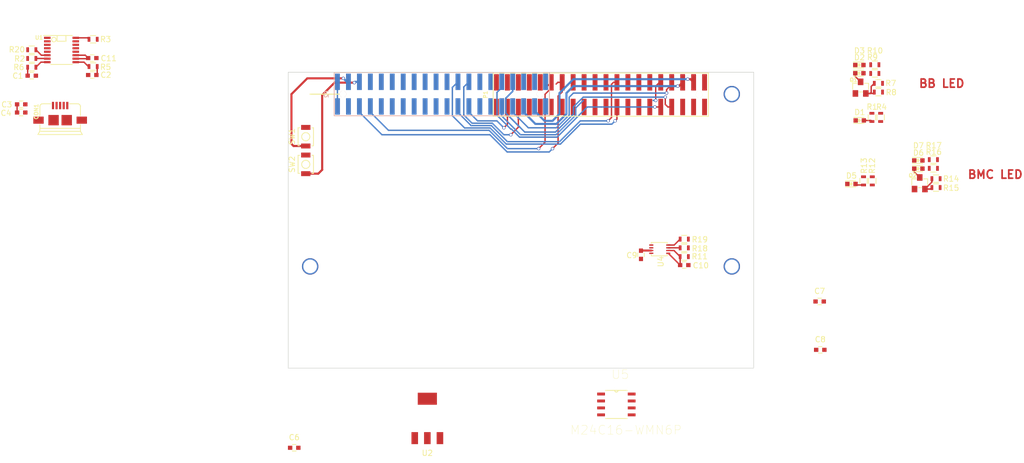
<source format=kicad_pcb>
(kicad_pcb (version 4) (host pcbnew "(2016-04-05 BZR 6665)-product")

  (general
    (links 119)
    (no_connects 81)
    (area 99.924599 99.949999 185.049493 154.151601)
    (thickness 1.6)
    (drawings 15)
    (tracks 215)
    (zones 0)
    (modules 50)
    (nets 88)
  )

  (page A4)
  (title_block
    (title "96Boards Mezzanine Project Template")
    (date 2015-08-08)
    (rev A)
    (company "Linaro Ltd")
  )

  (layers
    (0 F.Cu signal)
    (31 B.Cu signal)
    (32 B.Adhes user hide)
    (33 F.Adhes user)
    (34 B.Paste user)
    (35 F.Paste user)
    (36 B.SilkS user)
    (37 F.SilkS user)
    (38 B.Mask user)
    (39 F.Mask user)
    (40 Dwgs.User user)
    (41 Cmts.User user)
    (42 Eco1.User user)
    (43 Eco2.User user)
    (44 Edge.Cuts user)
    (45 Margin user)
    (46 B.CrtYd user)
    (47 F.CrtYd user)
    (48 B.Fab user)
    (49 F.Fab user)
  )

  (setup
    (last_trace_width 0.254)
    (user_trace_width 0.254)
    (user_trace_width 0.381)
    (user_trace_width 0.635)
    (trace_clearance 0.1778)
    (zone_clearance 0.508)
    (zone_45_only yes)
    (trace_min 0.1778)
    (segment_width 0.2)
    (edge_width 0.1)
    (via_size 0.6)
    (via_drill 0.4)
    (via_min_size 0.4)
    (via_min_drill 0.3)
    (uvia_size 0.3)
    (uvia_drill 0.1)
    (uvias_allowed no)
    (uvia_min_size 0.2)
    (uvia_min_drill 0.1)
    (pcb_text_width 0.3)
    (pcb_text_size 1.5 1.5)
    (mod_edge_width 0.15)
    (mod_text_size 1 1)
    (mod_text_width 0.15)
    (pad_size 3 3)
    (pad_drill 2.5)
    (pad_to_mask_clearance 0)
    (aux_axis_origin 100 100)
    (visible_elements FFFFFF7F)
    (pcbplotparams
      (layerselection 0x010ef_80000001)
      (usegerberextensions false)
      (excludeedgelayer true)
      (linewidth 0.100000)
      (plotframeref false)
      (viasonmask false)
      (mode 1)
      (useauxorigin false)
      (hpglpennumber 1)
      (hpglpenspeed 20)
      (hpglpendiameter 15)
      (psnegative false)
      (psa4output false)
      (plotreference true)
      (plotvalue true)
      (plotinvisibletext false)
      (padsonsilk false)
      (subtractmaskfromsilk false)
      (outputformat 1)
      (mirror false)
      (drillshape 0)
      (scaleselection 1)
      (outputdirectory gerbers/))
  )

  (net 0 "")
  (net 1 +1V8)
  (net 2 +5V)
  (net 3 I2C0_SCL)
  (net 4 I2C0_SDA)
  (net 5 I2C1_SCL)
  (net 6 I2C1_SDA)
  (net 7 SYS_DCIN)
  (net 8 GPIO_B)
  (net 9 GPIO_A)
  (net 10 SPIO_SCL)
  (net 11 SPIO_DIN)
  (net 12 SPIO_CS)
  (net 13 SPIO_DOUT)
  (net 14 PCM_FS)
  (net 15 PCM_CLK)
  (net 16 PCM_DO)
  (net 17 PCM_DI)
  (net 18 GPIO_D)
  (net 19 GPIO_F)
  (net 20 GPIO_H)
  (net 21 GPIO_J)
  (net 22 GPIO_L)
  (net 23 GPIO_C)
  (net 24 GPIO_E)
  (net 25 GPIO_G)
  (net 26 GPIO_I)
  (net 27 GPIO_K)
  (net 28 UART0_CTS)
  (net 29 UART0_TX)
  (net 30 UART0_RX)
  (net 31 UART0_RTS)
  (net 32 "Net-(C1-Pad1)")
  (net 33 +3V3)
  (net 34 "Net-(C2-Pad1)")
  (net 35 VBUS)
  (net 36 "Net-(C10-Pad1)")
  (net 37 "Net-(CON1-Pad4)")
  (net 38 "Net-(D1-Pad2)")
  (net 39 "Net-(D2-Pad2)")
  (net 40 "Net-(D2-Pad1)")
  (net 41 "Net-(D3-Pad2)")
  (net 42 "Net-(D5-Pad2)")
  (net 43 "Net-(D6-Pad2)")
  (net 44 "Net-(D6-Pad1)")
  (net 45 "Net-(D7-Pad2)")
  (net 46 GPIO_C_BMC)
  (net 47 GPIO_D_BMC)
  (net 48 UART0_RX_BMC)
  (net 49 UART0_TX_BMC)
  (net 50 PWR_BTN_BMC)
  (net 51 RST_BTN_BMC)
  (net 52 SPIO_SCL_BMC)
  (net 53 SPIO_DIN_BMC)
  (net 54 SPIO_CS_BMC)
  (net 55 SPIO_DOUT_BMC)
  (net 56 PCM_FS_BMC)
  (net 57 PCM_CLK_BMC)
  (net 58 PCM_DO_BMC)
  (net 59 PCM_DI_BMC)
  (net 60 GPIO_F_BMC)
  (net 61 GPIO_H_BMC)
  (net 62 SYS_DCIN_BMC)
  (net 63 UART0_CTS_BMC)
  (net 64 UART0_RTS_BMC)
  (net 65 UART1_TX_BMC)
  (net 66 UART1_RX_BMC)
  (net 67 I2C1_SCL_BMC)
  (net 68 I2C1_SDA_BMC)
  (net 69 GPIO_E_BMC)
  (net 70 GPIO_G_BMC)
  (net 71 "Net-(R2-Pad2)")
  (net 72 "Net-(R3-Pad2)")
  (net 73 "Net-(R5-Pad1)")
  (net 74 "Net-(R6-Pad1)")
  (net 75 "Net-(Q1-Pad2)")
  (net 76 "Net-(Q2-Pad2)")
  (net 77 "Net-(U1-Pad2)")
  (net 78 CBUS1)
  (net 79 CBUS0)
  (net 80 I2C0_SCL_3.3)
  (net 81 I2C0_SDA_3.3)
  (net 82 GND)
  (net 83 "Net-(C6-Pad1)")
  (net 84 "Net-(C11-Pad1)")
  (net 85 "Net-(R18-Pad2)")
  (net 86 "Net-(R19-Pad2)")
  (net 87 "Net-(R20-Pad2)")

  (net_class Default "This is the default net class."
    (clearance 0.1778)
    (trace_width 0.254)
    (via_dia 0.6)
    (via_drill 0.4)
    (uvia_dia 0.3)
    (uvia_drill 0.1)
    (add_net +3V3)
    (add_net CBUS0)
    (add_net CBUS1)
    (add_net GND)
    (add_net GPIO_A)
    (add_net GPIO_B)
    (add_net GPIO_C)
    (add_net GPIO_C_BMC)
    (add_net GPIO_D)
    (add_net GPIO_D_BMC)
    (add_net GPIO_E)
    (add_net GPIO_E_BMC)
    (add_net GPIO_F)
    (add_net GPIO_F_BMC)
    (add_net GPIO_G)
    (add_net GPIO_G_BMC)
    (add_net GPIO_H)
    (add_net GPIO_H_BMC)
    (add_net GPIO_I)
    (add_net GPIO_J)
    (add_net GPIO_K)
    (add_net GPIO_L)
    (add_net I2C0_SCL)
    (add_net I2C0_SCL_3.3)
    (add_net I2C0_SDA)
    (add_net I2C0_SDA_3.3)
    (add_net I2C1_SCL)
    (add_net I2C1_SCL_BMC)
    (add_net I2C1_SDA)
    (add_net I2C1_SDA_BMC)
    (add_net "Net-(C1-Pad1)")
    (add_net "Net-(C10-Pad1)")
    (add_net "Net-(C11-Pad1)")
    (add_net "Net-(C2-Pad1)")
    (add_net "Net-(C6-Pad1)")
    (add_net "Net-(CON1-Pad4)")
    (add_net "Net-(D1-Pad2)")
    (add_net "Net-(D2-Pad1)")
    (add_net "Net-(D2-Pad2)")
    (add_net "Net-(D3-Pad2)")
    (add_net "Net-(D5-Pad2)")
    (add_net "Net-(D6-Pad1)")
    (add_net "Net-(D6-Pad2)")
    (add_net "Net-(D7-Pad2)")
    (add_net "Net-(Q1-Pad2)")
    (add_net "Net-(Q2-Pad2)")
    (add_net "Net-(R18-Pad2)")
    (add_net "Net-(R19-Pad2)")
    (add_net "Net-(R2-Pad2)")
    (add_net "Net-(R20-Pad2)")
    (add_net "Net-(R3-Pad2)")
    (add_net "Net-(R5-Pad1)")
    (add_net "Net-(R6-Pad1)")
    (add_net "Net-(U1-Pad2)")
    (add_net PCM_CLK)
    (add_net PCM_CLK_BMC)
    (add_net PCM_DI)
    (add_net PCM_DI_BMC)
    (add_net PCM_DO)
    (add_net PCM_DO_BMC)
    (add_net PCM_FS)
    (add_net PCM_FS_BMC)
    (add_net PWR_BTN_BMC)
    (add_net RST_BTN_BMC)
    (add_net SPIO_CS)
    (add_net SPIO_CS_BMC)
    (add_net SPIO_DIN)
    (add_net SPIO_DIN_BMC)
    (add_net SPIO_DOUT)
    (add_net SPIO_DOUT_BMC)
    (add_net SPIO_SCL)
    (add_net SPIO_SCL_BMC)
    (add_net SYS_DCIN)
    (add_net SYS_DCIN_BMC)
    (add_net UART0_CTS)
    (add_net UART0_CTS_BMC)
    (add_net UART0_RTS)
    (add_net UART0_RTS_BMC)
    (add_net UART0_RX)
    (add_net UART0_RX_BMC)
    (add_net UART0_TX)
    (add_net UART0_TX_BMC)
    (add_net UART1_RX_BMC)
    (add_net UART1_TX_BMC)
    (add_net VBUS)
  )

  (net_class Power ""
    (clearance 0.1778)
    (trace_width 0.381)
    (via_dia 0.6)
    (via_drill 0.4)
    (uvia_dia 0.3)
    (uvia_drill 0.1)
    (add_net +1V8)
    (add_net +5V)
  )

  (module Sensors:Hole_2.5MM locked (layer F.Cu) (tedit 55DECD77) (tstamp 55F48FD6)
    (at 104 135.5)
    (fp_text reference REF** (at 0 0.5) (layer F.SilkS) hide
      (effects (font (size 1 1) (thickness 0.15)))
    )
    (fp_text value Hole_2.5MM (at 0 -0.5) (layer F.Fab) hide
      (effects (font (size 1 1) (thickness 0.15)))
    )
    (pad 1 thru_hole circle (at 0 0) (size 3 3) (drill 2.5) (layers *.Cu *.Mask))
  )

  (module Sensors:Hole_2.5MM locked (layer F.Cu) (tedit 55DECD77) (tstamp 55DED4DA)
    (at 181 135.5)
    (fp_text reference REF** (at 0 0.5) (layer F.SilkS) hide
      (effects (font (size 1 1) (thickness 0.15)))
    )
    (fp_text value Hole_2.5MM (at 0 -0.5) (layer F.Fab) hide
      (effects (font (size 1 1) (thickness 0.15)))
    )
    (pad 1 thru_hole circle (at 0 0) (size 3 3) (drill 2.5) (layers *.Cu *.Mask))
  )

  (module Sensors:Hole_2.5MM locked (layer F.Cu) (tedit 55C6917D) (tstamp 55C69203)
    (at 181 104)
    (fp_text reference REF** (at 0 0.5) (layer F.SilkS) hide
      (effects (font (size 1 1) (thickness 0.15)))
    )
    (fp_text value Hole_2.5MM (at 0 -0.5) (layer F.Fab) hide
      (effects (font (size 1 1) (thickness 0.15)))
    )
    (pad 1 thru_hole circle (at 0 0) (size 3 3) (drill 2.5) (layers *.Cu *.Mask))
  )

  (module Capacitors_SMD:C_0603 (layer F.Cu) (tedit 57180489) (tstamp 56FBC3CD)
    (at 53.1622 100.6348)
    (descr "Capacitor SMD 0603, reflow soldering, AVX (see smccp.pdf)")
    (tags "capacitor 0603")
    (path /56D5FC07)
    (attr smd)
    (fp_text reference C1 (at -2.54 0.0254) (layer F.SilkS)
      (effects (font (size 1 1) (thickness 0.15)))
    )
    (fp_text value 39pF (at 0 1.9) (layer F.Fab) hide
      (effects (font (size 1 1) (thickness 0.15)))
    )
    (fp_line (start -1.45 -0.75) (end 1.45 -0.75) (layer F.CrtYd) (width 0.05))
    (fp_line (start -1.45 0.75) (end 1.45 0.75) (layer F.CrtYd) (width 0.05))
    (fp_line (start -1.45 -0.75) (end -1.45 0.75) (layer F.CrtYd) (width 0.05))
    (fp_line (start 1.45 -0.75) (end 1.45 0.75) (layer F.CrtYd) (width 0.05))
    (fp_line (start -0.35 -0.6) (end 0.35 -0.6) (layer F.SilkS) (width 0.15))
    (fp_line (start 0.35 0.6) (end -0.35 0.6) (layer F.SilkS) (width 0.15))
    (pad 1 smd rect (at -0.75 0) (size 0.8 0.75) (layers F.Cu F.Paste F.Mask)
      (net 32 "Net-(C1-Pad1)"))
    (pad 2 smd rect (at 0.75 0) (size 0.8 0.75) (layers F.Cu F.Paste F.Mask)
      (net 82 GND))
    (model Capacitors_SMD.3dshapes/C_0603.wrl
      (at (xyz 0 0 0))
      (scale (xyz 1 1 1))
      (rotate (xyz 0 0 0))
    )
  )

  (module Capacitors_SMD:C_0603 (layer F.Cu) (tedit 571807B0) (tstamp 56FBC3D9)
    (at 64.2112 100.5078 180)
    (descr "Capacitor SMD 0603, reflow soldering, AVX (see smccp.pdf)")
    (tags "capacitor 0603")
    (path /56D5FBD2)
    (attr smd)
    (fp_text reference C2 (at -2.4892 0 180) (layer F.SilkS)
      (effects (font (size 1 1) (thickness 0.15)))
    )
    (fp_text value 39pF (at 0 1.9 180) (layer F.Fab) hide
      (effects (font (size 1 1) (thickness 0.15)))
    )
    (fp_line (start -1.45 -0.75) (end 1.45 -0.75) (layer F.CrtYd) (width 0.05))
    (fp_line (start -1.45 0.75) (end 1.45 0.75) (layer F.CrtYd) (width 0.05))
    (fp_line (start -1.45 -0.75) (end -1.45 0.75) (layer F.CrtYd) (width 0.05))
    (fp_line (start 1.45 -0.75) (end 1.45 0.75) (layer F.CrtYd) (width 0.05))
    (fp_line (start -0.35 -0.6) (end 0.35 -0.6) (layer F.SilkS) (width 0.15))
    (fp_line (start 0.35 0.6) (end -0.35 0.6) (layer F.SilkS) (width 0.15))
    (pad 1 smd rect (at -0.75 0 180) (size 0.8 0.75) (layers F.Cu F.Paste F.Mask)
      (net 34 "Net-(C2-Pad1)"))
    (pad 2 smd rect (at 0.75 0 180) (size 0.8 0.75) (layers F.Cu F.Paste F.Mask)
      (net 82 GND))
    (model Capacitors_SMD.3dshapes/C_0603.wrl
      (at (xyz 0 0 0))
      (scale (xyz 1 1 1))
      (rotate (xyz 0 0 0))
    )
  )

  (module Capacitors_SMD:C_0603 (layer F.Cu) (tedit 57180830) (tstamp 56FBC3E5)
    (at 51.232 105.8674)
    (descr "Capacitor SMD 0603, reflow soldering, AVX (see smccp.pdf)")
    (tags "capacitor 0603")
    (path /56F4E01D)
    (attr smd)
    (fp_text reference C3 (at -2.6418 0.0506) (layer F.SilkS)
      (effects (font (size 1 1) (thickness 0.15)))
    )
    (fp_text value 10uF (at 0 1.9) (layer F.Fab) hide
      (effects (font (size 1 1) (thickness 0.15)))
    )
    (fp_line (start -1.45 -0.75) (end 1.45 -0.75) (layer F.CrtYd) (width 0.05))
    (fp_line (start -1.45 0.75) (end 1.45 0.75) (layer F.CrtYd) (width 0.05))
    (fp_line (start -1.45 -0.75) (end -1.45 0.75) (layer F.CrtYd) (width 0.05))
    (fp_line (start 1.45 -0.75) (end 1.45 0.75) (layer F.CrtYd) (width 0.05))
    (fp_line (start -0.35 -0.6) (end 0.35 -0.6) (layer F.SilkS) (width 0.15))
    (fp_line (start 0.35 0.6) (end -0.35 0.6) (layer F.SilkS) (width 0.15))
    (pad 1 smd rect (at -0.75 0) (size 0.8 0.75) (layers F.Cu F.Paste F.Mask)
      (net 35 VBUS))
    (pad 2 smd rect (at 0.75 0) (size 0.8 0.75) (layers F.Cu F.Paste F.Mask)
      (net 82 GND))
    (model Capacitors_SMD.3dshapes/C_0603.wrl
      (at (xyz 0 0 0))
      (scale (xyz 1 1 1))
      (rotate (xyz 0 0 0))
    )
  )

  (module Capacitors_SMD:C_0603 (layer F.Cu) (tedit 57180828) (tstamp 56FBC3F1)
    (at 51.2318 107.3658)
    (descr "Capacitor SMD 0603, reflow soldering, AVX (see smccp.pdf)")
    (tags "capacitor 0603")
    (path /56F4E13A)
    (attr smd)
    (fp_text reference C4 (at -2.7688 0.1014) (layer F.SilkS)
      (effects (font (size 1 1) (thickness 0.15)))
    )
    (fp_text value 0.1uF (at 0 1.9) (layer F.Fab) hide
      (effects (font (size 1 1) (thickness 0.15)))
    )
    (fp_line (start -1.45 -0.75) (end 1.45 -0.75) (layer F.CrtYd) (width 0.05))
    (fp_line (start -1.45 0.75) (end 1.45 0.75) (layer F.CrtYd) (width 0.05))
    (fp_line (start -1.45 -0.75) (end -1.45 0.75) (layer F.CrtYd) (width 0.05))
    (fp_line (start 1.45 -0.75) (end 1.45 0.75) (layer F.CrtYd) (width 0.05))
    (fp_line (start -0.35 -0.6) (end 0.35 -0.6) (layer F.SilkS) (width 0.15))
    (fp_line (start 0.35 0.6) (end -0.35 0.6) (layer F.SilkS) (width 0.15))
    (pad 1 smd rect (at -0.75 0) (size 0.8 0.75) (layers F.Cu F.Paste F.Mask)
      (net 35 VBUS))
    (pad 2 smd rect (at 0.75 0) (size 0.8 0.75) (layers F.Cu F.Paste F.Mask)
      (net 82 GND))
    (model Capacitors_SMD.3dshapes/C_0603.wrl
      (at (xyz 0 0 0))
      (scale (xyz 1 1 1))
      (rotate (xyz 0 0 0))
    )
  )

  (module Capacitors_SMD:C_0603 (layer F.Cu) (tedit 5415D631) (tstamp 56FBC3FD)
    (at 197.04 141.91)
    (descr "Capacitor SMD 0603, reflow soldering, AVX (see smccp.pdf)")
    (tags "capacitor 0603")
    (path /570513E1)
    (attr smd)
    (fp_text reference C7 (at 0 -1.9) (layer F.SilkS)
      (effects (font (size 1 1) (thickness 0.15)))
    )
    (fp_text value 33u (at 0 1.9) (layer F.Fab)
      (effects (font (size 1 1) (thickness 0.15)))
    )
    (fp_line (start -1.45 -0.75) (end 1.45 -0.75) (layer F.CrtYd) (width 0.05))
    (fp_line (start -1.45 0.75) (end 1.45 0.75) (layer F.CrtYd) (width 0.05))
    (fp_line (start -1.45 -0.75) (end -1.45 0.75) (layer F.CrtYd) (width 0.05))
    (fp_line (start 1.45 -0.75) (end 1.45 0.75) (layer F.CrtYd) (width 0.05))
    (fp_line (start -0.35 -0.6) (end 0.35 -0.6) (layer F.SilkS) (width 0.15))
    (fp_line (start 0.35 0.6) (end -0.35 0.6) (layer F.SilkS) (width 0.15))
    (pad 1 smd rect (at -0.75 0) (size 0.8 0.75) (layers F.Cu F.Paste F.Mask)
      (net 33 +3V3))
    (pad 2 smd rect (at 0.75 0) (size 0.8 0.75) (layers F.Cu F.Paste F.Mask)
      (net 82 GND))
    (model Capacitors_SMD.3dshapes/C_0603.wrl
      (at (xyz 0 0 0))
      (scale (xyz 1 1 1))
      (rotate (xyz 0 0 0))
    )
  )

  (module Capacitors_SMD:C_0603 (layer F.Cu) (tedit 5415D631) (tstamp 56FBC409)
    (at 197.155 150.7492)
    (descr "Capacitor SMD 0603, reflow soldering, AVX (see smccp.pdf)")
    (tags "capacitor 0603")
    (path /56F17BF3)
    (attr smd)
    (fp_text reference C8 (at 0 -1.9) (layer F.SilkS)
      (effects (font (size 1 1) (thickness 0.15)))
    )
    (fp_text value 0.1u (at 0 1.9) (layer F.Fab)
      (effects (font (size 1 1) (thickness 0.15)))
    )
    (fp_line (start -1.45 -0.75) (end 1.45 -0.75) (layer F.CrtYd) (width 0.05))
    (fp_line (start -1.45 0.75) (end 1.45 0.75) (layer F.CrtYd) (width 0.05))
    (fp_line (start -1.45 -0.75) (end -1.45 0.75) (layer F.CrtYd) (width 0.05))
    (fp_line (start 1.45 -0.75) (end 1.45 0.75) (layer F.CrtYd) (width 0.05))
    (fp_line (start -0.35 -0.6) (end 0.35 -0.6) (layer F.SilkS) (width 0.15))
    (fp_line (start 0.35 0.6) (end -0.35 0.6) (layer F.SilkS) (width 0.15))
    (pad 1 smd rect (at -0.75 0) (size 0.8 0.75) (layers F.Cu F.Paste F.Mask)
      (net 33 +3V3))
    (pad 2 smd rect (at 0.75 0) (size 0.8 0.75) (layers F.Cu F.Paste F.Mask)
      (net 82 GND))
    (model Capacitors_SMD.3dshapes/C_0603.wrl
      (at (xyz 0 0 0))
      (scale (xyz 1 1 1))
      (rotate (xyz 0 0 0))
    )
  )

  (module Capacitors_SMD:C_0603 (layer F.Cu) (tedit 5717B290) (tstamp 56FBC415)
    (at 164.4142 133.3754 270)
    (descr "Capacitor SMD 0603, reflow soldering, AVX (see smccp.pdf)")
    (tags "capacitor 0603")
    (path /56F17BFE)
    (attr smd)
    (fp_text reference C9 (at 0.1016 1.6764 360) (layer F.SilkS)
      (effects (font (size 1 1) (thickness 0.15)))
    )
    (fp_text value 0.1n (at 0 1.9 270) (layer F.Fab) hide
      (effects (font (size 1 1) (thickness 0.15)))
    )
    (fp_line (start -1.45 -0.75) (end 1.45 -0.75) (layer F.CrtYd) (width 0.05))
    (fp_line (start -1.45 0.75) (end 1.45 0.75) (layer F.CrtYd) (width 0.05))
    (fp_line (start -1.45 -0.75) (end -1.45 0.75) (layer F.CrtYd) (width 0.05))
    (fp_line (start 1.45 -0.75) (end 1.45 0.75) (layer F.CrtYd) (width 0.05))
    (fp_line (start -0.35 -0.6) (end 0.35 -0.6) (layer F.SilkS) (width 0.15))
    (fp_line (start 0.35 0.6) (end -0.35 0.6) (layer F.SilkS) (width 0.15))
    (pad 1 smd rect (at -0.75 0 270) (size 0.8 0.75) (layers F.Cu F.Paste F.Mask)
      (net 1 +1V8))
    (pad 2 smd rect (at 0.75 0 270) (size 0.8 0.75) (layers F.Cu F.Paste F.Mask)
      (net 82 GND))
    (model Capacitors_SMD.3dshapes/C_0603.wrl
      (at (xyz 0 0 0))
      (scale (xyz 1 1 1))
      (rotate (xyz 0 0 0))
    )
  )

  (module Capacitors_SMD:C_0603 (layer F.Cu) (tedit 5717B20F) (tstamp 56FBC421)
    (at 172.3136 135.255)
    (descr "Capacitor SMD 0603, reflow soldering, AVX (see smccp.pdf)")
    (tags "capacitor 0603")
    (path /56F17BE7)
    (attr smd)
    (fp_text reference C10 (at 3.0226 0.0762) (layer F.SilkS)
      (effects (font (size 1 1) (thickness 0.15)))
    )
    (fp_text value 0.1n (at 0 1.9) (layer F.Fab) hide
      (effects (font (size 1 1) (thickness 0.15)))
    )
    (fp_line (start -1.45 -0.75) (end 1.45 -0.75) (layer F.CrtYd) (width 0.05))
    (fp_line (start -1.45 0.75) (end 1.45 0.75) (layer F.CrtYd) (width 0.05))
    (fp_line (start -1.45 -0.75) (end -1.45 0.75) (layer F.CrtYd) (width 0.05))
    (fp_line (start 1.45 -0.75) (end 1.45 0.75) (layer F.CrtYd) (width 0.05))
    (fp_line (start -0.35 -0.6) (end 0.35 -0.6) (layer F.SilkS) (width 0.15))
    (fp_line (start 0.35 0.6) (end -0.35 0.6) (layer F.SilkS) (width 0.15))
    (pad 1 smd rect (at -0.75 0) (size 0.8 0.75) (layers F.Cu F.Paste F.Mask)
      (net 36 "Net-(C10-Pad1)"))
    (pad 2 smd rect (at 0.75 0) (size 0.8 0.75) (layers F.Cu F.Paste F.Mask)
      (net 82 GND))
    (model Capacitors_SMD.3dshapes/C_0603.wrl
      (at (xyz 0 0 0))
      (scale (xyz 1 1 1))
      (rotate (xyz 0 0 0))
    )
  )

  (module 96boards:USB_MICRO_B_ST-USB-001E (layer F.Cu) (tedit 55BFAC4D) (tstamp 56FBC43B)
    (at 58.3438 110.2614)
    (descr "USB Micro-B 5-pin SMD connector")
    (tags "USB, Micro-B, connector")
    (path /56D5CAB0)
    (attr smd)
    (fp_text reference CON1 (at -4.35 -3.05 90) (layer F.SilkS)
      (effects (font (size 0.7 0.7) (thickness 0.15)))
    )
    (fp_text value ~ (at 0 2) (layer F.SilkS) hide
      (effects (font (size 0.5 0.5) (thickness 0.125)))
    )
    (fp_line (start 3.7 -0.7) (end 3.7 0.5) (layer F.SilkS) (width 0.15))
    (fp_line (start 3.7 -4) (end 3.7 -2.3) (layer F.SilkS) (width 0.15))
    (fp_line (start -3.7 -0.7) (end -3.7 0.5) (layer F.SilkS) (width 0.15))
    (fp_line (start -3.7 -2.3) (end -3.7 -4) (layer F.SilkS) (width 0.15))
    (fp_line (start 3.2 -4.5) (end 1.65 -4.5) (layer F.SilkS) (width 0.15))
    (fp_line (start -3.2 -4.5) (end -1.65 -4.5) (layer F.SilkS) (width 0.15))
    (fp_arc (start -3.2 -4) (end -3.7 -4) (angle 90) (layer F.SilkS) (width 0.15))
    (fp_arc (start 3.2 -4) (end 3.2 -4.5) (angle 90) (layer F.SilkS) (width 0.15))
    (fp_line (start -3.7 0) (end 3.7 0) (layer F.SilkS) (width 0.15))
    (fp_line (start -3.683 0.532) (end 3.683 0.532) (layer F.SilkS) (width 0.15))
    (fp_line (start 3.7 0.5) (end 4.05 1.13) (layer F.SilkS) (width 0.15))
    (fp_line (start 4.05 1.13) (end -4.05 1.13) (layer F.SilkS) (width 0.15))
    (fp_line (start -4.05 1.13) (end -3.7 0.5) (layer F.SilkS) (width 0.15))
    (pad 4 smd rect (at 0.65 -4.175) (size 0.4 1.35) (layers F.Cu F.Paste F.Mask)
      (net 37 "Net-(CON1-Pad4)"))
    (pad 2 smd rect (at -0.65 -4.175) (size 0.4 1.35) (layers F.Cu F.Paste F.Mask)
      (net 34 "Net-(C2-Pad1)"))
    (pad 3 smd rect (at 0 -4.175) (size 0.4 1.35) (layers F.Cu F.Paste F.Mask)
      (net 32 "Net-(C1-Pad1)"))
    (pad 1 smd rect (at -1.3 -4.175) (size 0.4 1.35) (layers F.Cu F.Paste F.Mask)
      (net 35 VBUS))
    (pad 5 smd rect (at 1.3 -4.175) (size 0.4 1.35) (layers F.Cu F.Paste F.Mask)
      (net 82 GND))
    (pad 6 smd rect (at 3.95 -1.5) (size 1.9 1.3) (layers F.Cu F.Paste F.Mask)
      (net 82 GND))
    (pad 7 smd rect (at 1.2 -1.5) (size 1.9 1.9) (layers F.Cu F.Paste F.Mask)
      (net 82 GND))
    (pad 8 smd rect (at -1.2 -1.5) (size 1.9 1.9) (layers F.Cu F.Paste F.Mask)
      (net 82 GND))
    (pad 9 smd rect (at -3.95 -1.5) (size 1.9 1.3) (layers F.Cu F.Paste F.Mask)
      (net 82 GND))
  )

  (module LEDs:LED_0603 (layer F.Cu) (tedit 571811EF) (tstamp 56FBC44C)
    (at 204.3684 108.8136)
    (descr "LED 0603 smd package")
    (tags "LED led 0603 SMD smd SMT smt smdled SMDLED smtled SMTLED")
    (path /56D5C019)
    (attr smd)
    (fp_text reference D1 (at 0 -1.5) (layer F.SilkS)
      (effects (font (size 1 1) (thickness 0.15)))
    )
    (fp_text value Led_Small (at 0 1.5) (layer F.Fab) hide
      (effects (font (size 1 1) (thickness 0.15)))
    )
    (fp_line (start -1.1 0.55) (end 0.8 0.55) (layer F.SilkS) (width 0.15))
    (fp_line (start -1.1 -0.55) (end 0.8 -0.55) (layer F.SilkS) (width 0.15))
    (fp_line (start -0.2 0) (end 0.25 0) (layer F.SilkS) (width 0.15))
    (fp_line (start -0.25 -0.25) (end -0.25 0.25) (layer F.SilkS) (width 0.15))
    (fp_line (start -0.25 0) (end 0 -0.25) (layer F.SilkS) (width 0.15))
    (fp_line (start 0 -0.25) (end 0 0.25) (layer F.SilkS) (width 0.15))
    (fp_line (start 0 0.25) (end -0.25 0) (layer F.SilkS) (width 0.15))
    (fp_line (start 1.4 -0.75) (end 1.4 0.75) (layer F.CrtYd) (width 0.05))
    (fp_line (start 1.4 0.75) (end -1.4 0.75) (layer F.CrtYd) (width 0.05))
    (fp_line (start -1.4 0.75) (end -1.4 -0.75) (layer F.CrtYd) (width 0.05))
    (fp_line (start -1.4 -0.75) (end 1.4 -0.75) (layer F.CrtYd) (width 0.05))
    (pad 2 smd rect (at 0.7493 0 180) (size 0.79756 0.79756) (layers F.Cu F.Paste F.Mask)
      (net 38 "Net-(D1-Pad2)"))
    (pad 1 smd rect (at -0.7493 0 180) (size 0.79756 0.79756) (layers F.Cu F.Paste F.Mask)
      (net 82 GND))
    (model LEDs.3dshapes/LED_0603.wrl
      (at (xyz 0 0 0))
      (scale (xyz 1 1 1))
      (rotate (xyz 0 0 180))
    )
  )

  (module LEDs:LED_0603 (layer F.Cu) (tedit 57180FAC) (tstamp 56FBC45D)
    (at 204.2922 100.1776)
    (descr "LED 0603 smd package")
    (tags "LED led 0603 SMD smd SMT smt smdled SMDLED smtled SMTLED")
    (path /56F3FED7)
    (attr smd)
    (fp_text reference D2 (at 0.0254 -2.8702) (layer F.SilkS)
      (effects (font (size 1 1) (thickness 0.15)))
    )
    (fp_text value Led_Small (at 0 1.5) (layer F.Fab) hide
      (effects (font (size 1 1) (thickness 0.15)))
    )
    (fp_line (start -1.1 0.55) (end 0.8 0.55) (layer F.SilkS) (width 0.15))
    (fp_line (start -1.1 -0.55) (end 0.8 -0.55) (layer F.SilkS) (width 0.15))
    (fp_line (start -0.2 0) (end 0.25 0) (layer F.SilkS) (width 0.15))
    (fp_line (start -0.25 -0.25) (end -0.25 0.25) (layer F.SilkS) (width 0.15))
    (fp_line (start -0.25 0) (end 0 -0.25) (layer F.SilkS) (width 0.15))
    (fp_line (start 0 -0.25) (end 0 0.25) (layer F.SilkS) (width 0.15))
    (fp_line (start 0 0.25) (end -0.25 0) (layer F.SilkS) (width 0.15))
    (fp_line (start 1.4 -0.75) (end 1.4 0.75) (layer F.CrtYd) (width 0.05))
    (fp_line (start 1.4 0.75) (end -1.4 0.75) (layer F.CrtYd) (width 0.05))
    (fp_line (start -1.4 0.75) (end -1.4 -0.75) (layer F.CrtYd) (width 0.05))
    (fp_line (start -1.4 -0.75) (end 1.4 -0.75) (layer F.CrtYd) (width 0.05))
    (pad 2 smd rect (at 0.7493 0 180) (size 0.79756 0.79756) (layers F.Cu F.Paste F.Mask)
      (net 39 "Net-(D2-Pad2)"))
    (pad 1 smd rect (at -0.7493 0 180) (size 0.79756 0.79756) (layers F.Cu F.Paste F.Mask)
      (net 40 "Net-(D2-Pad1)"))
    (model LEDs.3dshapes/LED_0603.wrl
      (at (xyz 0 0 0))
      (scale (xyz 1 1 1))
      (rotate (xyz 0 0 180))
    )
  )

  (module LEDs:LED_0603 (layer F.Cu) (tedit 57180FB0) (tstamp 56FBC46E)
    (at 204.2922 98.679)
    (descr "LED 0603 smd package")
    (tags "LED led 0603 SMD smd SMT smt smdled SMDLED smtled SMTLED")
    (path /56F3F785)
    (attr smd)
    (fp_text reference D3 (at 0.0254 -2.6162) (layer F.SilkS)
      (effects (font (size 1 1) (thickness 0.15)))
    )
    (fp_text value Led_Small (at 0 1.5) (layer F.Fab) hide
      (effects (font (size 1 1) (thickness 0.15)))
    )
    (fp_line (start -1.1 0.55) (end 0.8 0.55) (layer F.SilkS) (width 0.15))
    (fp_line (start -1.1 -0.55) (end 0.8 -0.55) (layer F.SilkS) (width 0.15))
    (fp_line (start -0.2 0) (end 0.25 0) (layer F.SilkS) (width 0.15))
    (fp_line (start -0.25 -0.25) (end -0.25 0.25) (layer F.SilkS) (width 0.15))
    (fp_line (start -0.25 0) (end 0 -0.25) (layer F.SilkS) (width 0.15))
    (fp_line (start 0 -0.25) (end 0 0.25) (layer F.SilkS) (width 0.15))
    (fp_line (start 0 0.25) (end -0.25 0) (layer F.SilkS) (width 0.15))
    (fp_line (start 1.4 -0.75) (end 1.4 0.75) (layer F.CrtYd) (width 0.05))
    (fp_line (start 1.4 0.75) (end -1.4 0.75) (layer F.CrtYd) (width 0.05))
    (fp_line (start -1.4 0.75) (end -1.4 -0.75) (layer F.CrtYd) (width 0.05))
    (fp_line (start -1.4 -0.75) (end 1.4 -0.75) (layer F.CrtYd) (width 0.05))
    (pad 2 smd rect (at 0.7493 0 180) (size 0.79756 0.79756) (layers F.Cu F.Paste F.Mask)
      (net 41 "Net-(D3-Pad2)"))
    (pad 1 smd rect (at -0.7493 0 180) (size 0.79756 0.79756) (layers F.Cu F.Paste F.Mask)
      (net 82 GND))
    (model LEDs.3dshapes/LED_0603.wrl
      (at (xyz 0 0 0))
      (scale (xyz 1 1 1))
      (rotate (xyz 0 0 180))
    )
  )

  (module LEDs:LED_0603 (layer F.Cu) (tedit 57181335) (tstamp 56FBC47F)
    (at 202.8446 120.4216)
    (descr "LED 0603 smd package")
    (tags "LED led 0603 SMD smd SMT smt smdled SMDLED smtled SMTLED")
    (path /56FAF80E)
    (attr smd)
    (fp_text reference D5 (at 0 -1.5) (layer F.SilkS)
      (effects (font (size 1 1) (thickness 0.15)))
    )
    (fp_text value Led_Small (at 0 1.5) (layer F.Fab) hide
      (effects (font (size 1 1) (thickness 0.15)))
    )
    (fp_line (start -1.1 0.55) (end 0.8 0.55) (layer F.SilkS) (width 0.15))
    (fp_line (start -1.1 -0.55) (end 0.8 -0.55) (layer F.SilkS) (width 0.15))
    (fp_line (start -0.2 0) (end 0.25 0) (layer F.SilkS) (width 0.15))
    (fp_line (start -0.25 -0.25) (end -0.25 0.25) (layer F.SilkS) (width 0.15))
    (fp_line (start -0.25 0) (end 0 -0.25) (layer F.SilkS) (width 0.15))
    (fp_line (start 0 -0.25) (end 0 0.25) (layer F.SilkS) (width 0.15))
    (fp_line (start 0 0.25) (end -0.25 0) (layer F.SilkS) (width 0.15))
    (fp_line (start 1.4 -0.75) (end 1.4 0.75) (layer F.CrtYd) (width 0.05))
    (fp_line (start 1.4 0.75) (end -1.4 0.75) (layer F.CrtYd) (width 0.05))
    (fp_line (start -1.4 0.75) (end -1.4 -0.75) (layer F.CrtYd) (width 0.05))
    (fp_line (start -1.4 -0.75) (end 1.4 -0.75) (layer F.CrtYd) (width 0.05))
    (pad 2 smd rect (at 0.7493 0 180) (size 0.79756 0.79756) (layers F.Cu F.Paste F.Mask)
      (net 42 "Net-(D5-Pad2)"))
    (pad 1 smd rect (at -0.7493 0 180) (size 0.79756 0.79756) (layers F.Cu F.Paste F.Mask)
      (net 82 GND))
    (model LEDs.3dshapes/LED_0603.wrl
      (at (xyz 0 0 0))
      (scale (xyz 1 1 1))
      (rotate (xyz 0 0 180))
    )
  )

  (module LEDs:LED_0603 (layer F.Cu) (tedit 57181460) (tstamp 56FBC490)
    (at 215.0618 117.6274)
    (descr "LED 0603 smd package")
    (tags "LED led 0603 SMD smd SMT smt smdled SMDLED smtled SMTLED")
    (path /56FAF0EE)
    (attr smd)
    (fp_text reference D6 (at 0.0254 -2.8956) (layer F.SilkS)
      (effects (font (size 1 1) (thickness 0.15)))
    )
    (fp_text value Led_Small (at 0 1.5) (layer F.Fab) hide
      (effects (font (size 1 1) (thickness 0.15)))
    )
    (fp_line (start -1.1 0.55) (end 0.8 0.55) (layer F.SilkS) (width 0.15))
    (fp_line (start -1.1 -0.55) (end 0.8 -0.55) (layer F.SilkS) (width 0.15))
    (fp_line (start -0.2 0) (end 0.25 0) (layer F.SilkS) (width 0.15))
    (fp_line (start -0.25 -0.25) (end -0.25 0.25) (layer F.SilkS) (width 0.15))
    (fp_line (start -0.25 0) (end 0 -0.25) (layer F.SilkS) (width 0.15))
    (fp_line (start 0 -0.25) (end 0 0.25) (layer F.SilkS) (width 0.15))
    (fp_line (start 0 0.25) (end -0.25 0) (layer F.SilkS) (width 0.15))
    (fp_line (start 1.4 -0.75) (end 1.4 0.75) (layer F.CrtYd) (width 0.05))
    (fp_line (start 1.4 0.75) (end -1.4 0.75) (layer F.CrtYd) (width 0.05))
    (fp_line (start -1.4 0.75) (end -1.4 -0.75) (layer F.CrtYd) (width 0.05))
    (fp_line (start -1.4 -0.75) (end 1.4 -0.75) (layer F.CrtYd) (width 0.05))
    (pad 2 smd rect (at 0.7493 0 180) (size 0.79756 0.79756) (layers F.Cu F.Paste F.Mask)
      (net 43 "Net-(D6-Pad2)"))
    (pad 1 smd rect (at -0.7493 0 180) (size 0.79756 0.79756) (layers F.Cu F.Paste F.Mask)
      (net 44 "Net-(D6-Pad1)"))
    (model LEDs.3dshapes/LED_0603.wrl
      (at (xyz 0 0 0))
      (scale (xyz 1 1 1))
      (rotate (xyz 0 0 180))
    )
  )

  (module LEDs:LED_0603 (layer F.Cu) (tedit 5718145C) (tstamp 56FBC4A1)
    (at 215.0618 116.1288)
    (descr "LED 0603 smd package")
    (tags "LED led 0603 SMD smd SMT smt smdled SMDLED smtled SMTLED")
    (path /56FAF0D6)
    (attr smd)
    (fp_text reference D7 (at 0.0254 -2.7178) (layer F.SilkS)
      (effects (font (size 1 1) (thickness 0.15)))
    )
    (fp_text value Led_Small (at 0 1.5) (layer F.Fab) hide
      (effects (font (size 1 1) (thickness 0.15)))
    )
    (fp_line (start -1.1 0.55) (end 0.8 0.55) (layer F.SilkS) (width 0.15))
    (fp_line (start -1.1 -0.55) (end 0.8 -0.55) (layer F.SilkS) (width 0.15))
    (fp_line (start -0.2 0) (end 0.25 0) (layer F.SilkS) (width 0.15))
    (fp_line (start -0.25 -0.25) (end -0.25 0.25) (layer F.SilkS) (width 0.15))
    (fp_line (start -0.25 0) (end 0 -0.25) (layer F.SilkS) (width 0.15))
    (fp_line (start 0 -0.25) (end 0 0.25) (layer F.SilkS) (width 0.15))
    (fp_line (start 0 0.25) (end -0.25 0) (layer F.SilkS) (width 0.15))
    (fp_line (start 1.4 -0.75) (end 1.4 0.75) (layer F.CrtYd) (width 0.05))
    (fp_line (start 1.4 0.75) (end -1.4 0.75) (layer F.CrtYd) (width 0.05))
    (fp_line (start -1.4 0.75) (end -1.4 -0.75) (layer F.CrtYd) (width 0.05))
    (fp_line (start -1.4 -0.75) (end 1.4 -0.75) (layer F.CrtYd) (width 0.05))
    (pad 2 smd rect (at 0.7493 0 180) (size 0.79756 0.79756) (layers F.Cu F.Paste F.Mask)
      (net 45 "Net-(D7-Pad2)"))
    (pad 1 smd rect (at -0.7493 0 180) (size 0.79756 0.79756) (layers F.Cu F.Paste F.Mask)
      (net 82 GND))
    (model LEDs.3dshapes/LED_0603.wrl
      (at (xyz 0 0 0))
      (scale (xyz 1 1 1))
      (rotate (xyz 0 0 180))
    )
  )

  (module Resistors_SMD:R_0603 (layer F.Cu) (tedit 57181231) (tstamp 56FBC4DE)
    (at 206.5782 108.2548 270)
    (descr "Resistor SMD 0603, reflow soldering, Vishay (see dcrcw.pdf)")
    (tags "resistor 0603")
    (path /56D5C4E6)
    (attr smd)
    (fp_text reference R1 (at -1.9304 -0.0254 360) (layer F.SilkS)
      (effects (font (size 1 1) (thickness 0.15)))
    )
    (fp_text value 90Ω (at 0 1.9 270) (layer F.Fab) hide
      (effects (font (size 1 1) (thickness 0.15)))
    )
    (fp_line (start -1.3 -0.8) (end 1.3 -0.8) (layer F.CrtYd) (width 0.05))
    (fp_line (start -1.3 0.8) (end 1.3 0.8) (layer F.CrtYd) (width 0.05))
    (fp_line (start -1.3 -0.8) (end -1.3 0.8) (layer F.CrtYd) (width 0.05))
    (fp_line (start 1.3 -0.8) (end 1.3 0.8) (layer F.CrtYd) (width 0.05))
    (fp_line (start 0.5 0.675) (end -0.5 0.675) (layer F.SilkS) (width 0.15))
    (fp_line (start -0.5 -0.675) (end 0.5 -0.675) (layer F.SilkS) (width 0.15))
    (pad 1 smd rect (at -0.75 0 270) (size 0.5 0.9) (layers F.Cu F.Paste F.Mask)
      (net 2 +5V))
    (pad 2 smd rect (at 0.75 0 270) (size 0.5 0.9) (layers F.Cu F.Paste F.Mask)
      (net 38 "Net-(D1-Pad2)"))
    (model Resistors_SMD.3dshapes/R_0603.wrl
      (at (xyz 0 0 0))
      (scale (xyz 1 1 1))
      (rotate (xyz 0 0 0))
    )
  )

  (module Resistors_SMD:R_0603 (layer F.Cu) (tedit 57180650) (tstamp 56FBC4EA)
    (at 53.1622 97.4852)
    (descr "Resistor SMD 0603, reflow soldering, Vishay (see dcrcw.pdf)")
    (tags "resistor 0603")
    (path /56D5CE60)
    (attr smd)
    (fp_text reference R2 (at -2.2098 0.0508) (layer F.SilkS)
      (effects (font (size 1 1) (thickness 0.15)))
    )
    (fp_text value 220R (at 0 1.9) (layer F.Fab) hide
      (effects (font (size 1 1) (thickness 0.15)))
    )
    (fp_line (start -1.3 -0.8) (end 1.3 -0.8) (layer F.CrtYd) (width 0.05))
    (fp_line (start -1.3 0.8) (end 1.3 0.8) (layer F.CrtYd) (width 0.05))
    (fp_line (start -1.3 -0.8) (end -1.3 0.8) (layer F.CrtYd) (width 0.05))
    (fp_line (start 1.3 -0.8) (end 1.3 0.8) (layer F.CrtYd) (width 0.05))
    (fp_line (start 0.5 0.675) (end -0.5 0.675) (layer F.SilkS) (width 0.15))
    (fp_line (start -0.5 -0.675) (end 0.5 -0.675) (layer F.SilkS) (width 0.15))
    (pad 1 smd rect (at -0.75 0) (size 0.5 0.9) (layers F.Cu F.Paste F.Mask)
      (net 50 PWR_BTN_BMC))
    (pad 2 smd rect (at 0.75 0) (size 0.5 0.9) (layers F.Cu F.Paste F.Mask)
      (net 71 "Net-(R2-Pad2)"))
    (model Resistors_SMD.3dshapes/R_0603.wrl
      (at (xyz 0 0 0))
      (scale (xyz 1 1 1))
      (rotate (xyz 0 0 0))
    )
  )

  (module Resistors_SMD:R_0603 (layer F.Cu) (tedit 571807A6) (tstamp 56FBC4F6)
    (at 64.3636 93.98 180)
    (descr "Resistor SMD 0603, reflow soldering, Vishay (see dcrcw.pdf)")
    (tags "resistor 0603")
    (path /56D5CEA2)
    (attr smd)
    (fp_text reference R3 (at -2.286 0 180) (layer F.SilkS)
      (effects (font (size 1 1) (thickness 0.15)))
    )
    (fp_text value 220R (at 0 1.9 270) (layer F.Fab) hide
      (effects (font (size 1 1) (thickness 0.15)))
    )
    (fp_line (start -1.3 -0.8) (end 1.3 -0.8) (layer F.CrtYd) (width 0.05))
    (fp_line (start -1.3 0.8) (end 1.3 0.8) (layer F.CrtYd) (width 0.05))
    (fp_line (start -1.3 -0.8) (end -1.3 0.8) (layer F.CrtYd) (width 0.05))
    (fp_line (start 1.3 -0.8) (end 1.3 0.8) (layer F.CrtYd) (width 0.05))
    (fp_line (start 0.5 0.675) (end -0.5 0.675) (layer F.SilkS) (width 0.15))
    (fp_line (start -0.5 -0.675) (end 0.5 -0.675) (layer F.SilkS) (width 0.15))
    (pad 1 smd rect (at -0.75 0 180) (size 0.5 0.9) (layers F.Cu F.Paste F.Mask)
      (net 51 RST_BTN_BMC))
    (pad 2 smd rect (at 0.75 0 180) (size 0.5 0.9) (layers F.Cu F.Paste F.Mask)
      (net 72 "Net-(R3-Pad2)"))
    (model Resistors_SMD.3dshapes/R_0603.wrl
      (at (xyz 0 0 0))
      (scale (xyz 1 1 1))
      (rotate (xyz 0 0 0))
    )
  )

  (module Resistors_SMD:R_0603 (layer F.Cu) (tedit 5718123A) (tstamp 56FBC502)
    (at 208.1784 108.2548 270)
    (descr "Resistor SMD 0603, reflow soldering, Vishay (see dcrcw.pdf)")
    (tags "resistor 0603")
    (path /56E144A3)
    (attr smd)
    (fp_text reference R4 (at -1.905 -0.1524 360) (layer F.SilkS)
      (effects (font (size 1 1) (thickness 0.15)))
    )
    (fp_text value 22R (at 0 1.9 270) (layer F.Fab) hide
      (effects (font (size 1 1) (thickness 0.15)))
    )
    (fp_line (start -1.3 -0.8) (end 1.3 -0.8) (layer F.CrtYd) (width 0.05))
    (fp_line (start -1.3 0.8) (end 1.3 0.8) (layer F.CrtYd) (width 0.05))
    (fp_line (start -1.3 -0.8) (end -1.3 0.8) (layer F.CrtYd) (width 0.05))
    (fp_line (start 1.3 -0.8) (end 1.3 0.8) (layer F.CrtYd) (width 0.05))
    (fp_line (start 0.5 0.675) (end -0.5 0.675) (layer F.SilkS) (width 0.15))
    (fp_line (start -0.5 -0.675) (end 0.5 -0.675) (layer F.SilkS) (width 0.15))
    (pad 1 smd rect (at -0.75 0 270) (size 0.5 0.9) (layers F.Cu F.Paste F.Mask)
      (net 2 +5V))
    (pad 2 smd rect (at 0.75 0 270) (size 0.5 0.9) (layers F.Cu F.Paste F.Mask)
      (net 69 GPIO_E_BMC))
    (model Resistors_SMD.3dshapes/R_0603.wrl
      (at (xyz 0 0 0))
      (scale (xyz 1 1 1))
      (rotate (xyz 0 0 0))
    )
  )

  (module Resistors_SMD:R_0603 (layer F.Cu) (tedit 571807AB) (tstamp 56FBC50E)
    (at 64.3636 98.9584)
    (descr "Resistor SMD 0603, reflow soldering, Vishay (see dcrcw.pdf)")
    (tags "resistor 0603")
    (path /56D60146)
    (attr smd)
    (fp_text reference R5 (at 2.286 0.1016) (layer F.SilkS)
      (effects (font (size 1 1) (thickness 0.15)))
    )
    (fp_text value 220R (at 0 1.9) (layer F.Fab) hide
      (effects (font (size 1 1) (thickness 0.15)))
    )
    (fp_line (start -1.3 -0.8) (end 1.3 -0.8) (layer F.CrtYd) (width 0.05))
    (fp_line (start -1.3 0.8) (end 1.3 0.8) (layer F.CrtYd) (width 0.05))
    (fp_line (start -1.3 -0.8) (end -1.3 0.8) (layer F.CrtYd) (width 0.05))
    (fp_line (start 1.3 -0.8) (end 1.3 0.8) (layer F.CrtYd) (width 0.05))
    (fp_line (start 0.5 0.675) (end -0.5 0.675) (layer F.SilkS) (width 0.15))
    (fp_line (start -0.5 -0.675) (end 0.5 -0.675) (layer F.SilkS) (width 0.15))
    (pad 1 smd rect (at -0.75 0) (size 0.5 0.9) (layers F.Cu F.Paste F.Mask)
      (net 73 "Net-(R5-Pad1)"))
    (pad 2 smd rect (at 0.75 0) (size 0.5 0.9) (layers F.Cu F.Paste F.Mask)
      (net 34 "Net-(C2-Pad1)"))
    (model Resistors_SMD.3dshapes/R_0603.wrl
      (at (xyz 0 0 0))
      (scale (xyz 1 1 1))
      (rotate (xyz 0 0 0))
    )
  )

  (module Resistors_SMD:R_0603 (layer F.Cu) (tedit 571802D1) (tstamp 56FBC51A)
    (at 53.1622 99.0854 180)
    (descr "Resistor SMD 0603, reflow soldering, Vishay (see dcrcw.pdf)")
    (tags "resistor 0603")
    (path /56D60188)
    (attr smd)
    (fp_text reference R6 (at 2.3622 0 180) (layer F.SilkS)
      (effects (font (size 1 1) (thickness 0.15)))
    )
    (fp_text value 220R (at 0 1.9 180) (layer F.Fab) hide
      (effects (font (size 1 1) (thickness 0.15)))
    )
    (fp_line (start -1.3 -0.8) (end 1.3 -0.8) (layer F.CrtYd) (width 0.05))
    (fp_line (start -1.3 0.8) (end 1.3 0.8) (layer F.CrtYd) (width 0.05))
    (fp_line (start -1.3 -0.8) (end -1.3 0.8) (layer F.CrtYd) (width 0.05))
    (fp_line (start 1.3 -0.8) (end 1.3 0.8) (layer F.CrtYd) (width 0.05))
    (fp_line (start 0.5 0.675) (end -0.5 0.675) (layer F.SilkS) (width 0.15))
    (fp_line (start -0.5 -0.675) (end 0.5 -0.675) (layer F.SilkS) (width 0.15))
    (pad 1 smd rect (at -0.75 0 180) (size 0.5 0.9) (layers F.Cu F.Paste F.Mask)
      (net 74 "Net-(R6-Pad1)"))
    (pad 2 smd rect (at 0.75 0 180) (size 0.5 0.9) (layers F.Cu F.Paste F.Mask)
      (net 32 "Net-(C1-Pad1)"))
    (model Resistors_SMD.3dshapes/R_0603.wrl
      (at (xyz 0 0 0))
      (scale (xyz 1 1 1))
      (rotate (xyz 0 0 0))
    )
  )

  (module Resistors_SMD:R_0603 (layer F.Cu) (tedit 5718100F) (tstamp 56FBC526)
    (at 207.772 102.0318)
    (descr "Resistor SMD 0603, reflow soldering, Vishay (see dcrcw.pdf)")
    (tags "resistor 0603")
    (path /56F4BA49)
    (attr smd)
    (fp_text reference R7 (at 2.2606 -0.0254) (layer F.SilkS)
      (effects (font (size 1 1) (thickness 0.15)))
    )
    (fp_text value 1k (at 0 1.9) (layer F.Fab) hide
      (effects (font (size 1 1) (thickness 0.15)))
    )
    (fp_line (start -1.3 -0.8) (end 1.3 -0.8) (layer F.CrtYd) (width 0.05))
    (fp_line (start -1.3 0.8) (end 1.3 0.8) (layer F.CrtYd) (width 0.05))
    (fp_line (start -1.3 -0.8) (end -1.3 0.8) (layer F.CrtYd) (width 0.05))
    (fp_line (start 1.3 -0.8) (end 1.3 0.8) (layer F.CrtYd) (width 0.05))
    (fp_line (start 0.5 0.675) (end -0.5 0.675) (layer F.SilkS) (width 0.15))
    (fp_line (start -0.5 -0.675) (end 0.5 -0.675) (layer F.SilkS) (width 0.15))
    (pad 1 smd rect (at -0.75 0) (size 0.5 0.9) (layers F.Cu F.Paste F.Mask)
      (net 75 "Net-(Q1-Pad2)"))
    (pad 2 smd rect (at 0.75 0) (size 0.5 0.9) (layers F.Cu F.Paste F.Mask)
      (net 60 GPIO_F_BMC))
    (model Resistors_SMD.3dshapes/R_0603.wrl
      (at (xyz 0 0 0))
      (scale (xyz 1 1 1))
      (rotate (xyz 0 0 0))
    )
  )

  (module Resistors_SMD:R_0603 (layer F.Cu) (tedit 5718100B) (tstamp 56FBC532)
    (at 207.772 103.632)
    (descr "Resistor SMD 0603, reflow soldering, Vishay (see dcrcw.pdf)")
    (tags "resistor 0603")
    (path /56F4BBC8)
    (attr smd)
    (fp_text reference R8 (at 2.3368 0.0508) (layer F.SilkS)
      (effects (font (size 1 1) (thickness 0.15)))
    )
    (fp_text value 10k (at 0 1.9) (layer F.Fab) hide
      (effects (font (size 1 1) (thickness 0.15)))
    )
    (fp_line (start -1.3 -0.8) (end 1.3 -0.8) (layer F.CrtYd) (width 0.05))
    (fp_line (start -1.3 0.8) (end 1.3 0.8) (layer F.CrtYd) (width 0.05))
    (fp_line (start -1.3 -0.8) (end -1.3 0.8) (layer F.CrtYd) (width 0.05))
    (fp_line (start 1.3 -0.8) (end 1.3 0.8) (layer F.CrtYd) (width 0.05))
    (fp_line (start 0.5 0.675) (end -0.5 0.675) (layer F.SilkS) (width 0.15))
    (fp_line (start -0.5 -0.675) (end 0.5 -0.675) (layer F.SilkS) (width 0.15))
    (pad 1 smd rect (at -0.75 0) (size 0.5 0.9) (layers F.Cu F.Paste F.Mask)
      (net 75 "Net-(Q1-Pad2)"))
    (pad 2 smd rect (at 0.75 0) (size 0.5 0.9) (layers F.Cu F.Paste F.Mask)
      (net 82 GND))
    (model Resistors_SMD.3dshapes/R_0603.wrl
      (at (xyz 0 0 0))
      (scale (xyz 1 1 1))
      (rotate (xyz 0 0 0))
    )
  )

  (module Resistors_SMD:R_0603 (layer F.Cu) (tedit 57180FC1) (tstamp 56FBC53E)
    (at 207.1116 100.2284 180)
    (descr "Resistor SMD 0603, reflow soldering, Vishay (see dcrcw.pdf)")
    (tags "resistor 0603")
    (path /56F3F797)
    (attr smd)
    (fp_text reference R9 (at 0.4318 2.9718 180) (layer F.SilkS)
      (effects (font (size 1 1) (thickness 0.15)))
    )
    (fp_text value 390R (at 0 1.9 180) (layer F.Fab) hide
      (effects (font (size 1 1) (thickness 0.15)))
    )
    (fp_line (start -1.3 -0.8) (end 1.3 -0.8) (layer F.CrtYd) (width 0.05))
    (fp_line (start -1.3 0.8) (end 1.3 0.8) (layer F.CrtYd) (width 0.05))
    (fp_line (start -1.3 -0.8) (end -1.3 0.8) (layer F.CrtYd) (width 0.05))
    (fp_line (start 1.3 -0.8) (end 1.3 0.8) (layer F.CrtYd) (width 0.05))
    (fp_line (start 0.5 0.675) (end -0.5 0.675) (layer F.SilkS) (width 0.15))
    (fp_line (start -0.5 -0.675) (end 0.5 -0.675) (layer F.SilkS) (width 0.15))
    (pad 1 smd rect (at -0.75 0 180) (size 0.5 0.9) (layers F.Cu F.Paste F.Mask)
      (net 1 +1V8))
    (pad 2 smd rect (at 0.75 0 180) (size 0.5 0.9) (layers F.Cu F.Paste F.Mask)
      (net 39 "Net-(D2-Pad2)"))
    (model Resistors_SMD.3dshapes/R_0603.wrl
      (at (xyz 0 0 0))
      (scale (xyz 1 1 1))
      (rotate (xyz 0 0 0))
    )
  )

  (module Resistors_SMD:R_0603 (layer F.Cu) (tedit 57180FB5) (tstamp 56FBC54A)
    (at 207.1116 98.6282 180)
    (descr "Resistor SMD 0603, reflow soldering, Vishay (see dcrcw.pdf)")
    (tags "resistor 0603")
    (path /56F3F791)
    (attr smd)
    (fp_text reference R10 (at -0.0254 2.5654 180) (layer F.SilkS)
      (effects (font (size 1 1) (thickness 0.15)))
    )
    (fp_text value 620R (at 0 1.9 180) (layer F.Fab) hide
      (effects (font (size 1 1) (thickness 0.15)))
    )
    (fp_line (start -1.3 -0.8) (end 1.3 -0.8) (layer F.CrtYd) (width 0.05))
    (fp_line (start -1.3 0.8) (end 1.3 0.8) (layer F.CrtYd) (width 0.05))
    (fp_line (start -1.3 -0.8) (end -1.3 0.8) (layer F.CrtYd) (width 0.05))
    (fp_line (start 1.3 -0.8) (end 1.3 0.8) (layer F.CrtYd) (width 0.05))
    (fp_line (start 0.5 0.675) (end -0.5 0.675) (layer F.SilkS) (width 0.15))
    (fp_line (start -0.5 -0.675) (end 0.5 -0.675) (layer F.SilkS) (width 0.15))
    (pad 1 smd rect (at -0.75 0 180) (size 0.5 0.9) (layers F.Cu F.Paste F.Mask)
      (net 1 +1V8))
    (pad 2 smd rect (at 0.75 0 180) (size 0.5 0.9) (layers F.Cu F.Paste F.Mask)
      (net 41 "Net-(D3-Pad2)"))
    (model Resistors_SMD.3dshapes/R_0603.wrl
      (at (xyz 0 0 0))
      (scale (xyz 1 1 1))
      (rotate (xyz 0 0 0))
    )
  )

  (module Resistors_SMD:R_0603 (layer F.Cu) (tedit 5717B1AE) (tstamp 56FBC556)
    (at 172.3136 133.7056 180)
    (descr "Resistor SMD 0603, reflow soldering, Vishay (see dcrcw.pdf)")
    (tags "resistor 0603")
    (path /56F17BE8)
    (attr smd)
    (fp_text reference R11 (at -2.8194 0.0254 180) (layer F.SilkS)
      (effects (font (size 1 1) (thickness 0.15)))
    )
    (fp_text value 200k (at 0 1.9 180) (layer F.Fab) hide
      (effects (font (size 1 1) (thickness 0.15)))
    )
    (fp_line (start -1.3 -0.8) (end 1.3 -0.8) (layer F.CrtYd) (width 0.05))
    (fp_line (start -1.3 0.8) (end 1.3 0.8) (layer F.CrtYd) (width 0.05))
    (fp_line (start -1.3 -0.8) (end -1.3 0.8) (layer F.CrtYd) (width 0.05))
    (fp_line (start 1.3 -0.8) (end 1.3 0.8) (layer F.CrtYd) (width 0.05))
    (fp_line (start 0.5 0.675) (end -0.5 0.675) (layer F.SilkS) (width 0.15))
    (fp_line (start -0.5 -0.675) (end 0.5 -0.675) (layer F.SilkS) (width 0.15))
    (pad 1 smd rect (at -0.75 0 180) (size 0.5 0.9) (layers F.Cu F.Paste F.Mask)
      (net 33 +3V3))
    (pad 2 smd rect (at 0.75 0 180) (size 0.5 0.9) (layers F.Cu F.Paste F.Mask)
      (net 36 "Net-(C10-Pad1)"))
    (model Resistors_SMD.3dshapes/R_0603.wrl
      (at (xyz 0 0 0))
      (scale (xyz 1 1 1))
      (rotate (xyz 0 0 0))
    )
  )

  (module Resistors_SMD:R_0603 (layer F.Cu) (tedit 5718137B) (tstamp 56FBC562)
    (at 206.6544 119.8626 270)
    (descr "Resistor SMD 0603, reflow soldering, Vishay (see dcrcw.pdf)")
    (tags "resistor 0603")
    (path /56FAF820)
    (attr smd)
    (fp_text reference R12 (at -2.7686 0.0254 270) (layer F.SilkS)
      (effects (font (size 1 1) (thickness 0.15)))
    )
    (fp_text value 22R (at 0 1.9 270) (layer F.Fab) hide
      (effects (font (size 1 1) (thickness 0.15)))
    )
    (fp_line (start -1.3 -0.8) (end 1.3 -0.8) (layer F.CrtYd) (width 0.05))
    (fp_line (start -1.3 0.8) (end 1.3 0.8) (layer F.CrtYd) (width 0.05))
    (fp_line (start -1.3 -0.8) (end -1.3 0.8) (layer F.CrtYd) (width 0.05))
    (fp_line (start 1.3 -0.8) (end 1.3 0.8) (layer F.CrtYd) (width 0.05))
    (fp_line (start 0.5 0.675) (end -0.5 0.675) (layer F.SilkS) (width 0.15))
    (fp_line (start -0.5 -0.675) (end 0.5 -0.675) (layer F.SilkS) (width 0.15))
    (pad 1 smd rect (at -0.75 0 270) (size 0.5 0.9) (layers F.Cu F.Paste F.Mask)
      (net 2 +5V))
    (pad 2 smd rect (at 0.75 0 270) (size 0.5 0.9) (layers F.Cu F.Paste F.Mask)
      (net 70 GPIO_G_BMC))
    (model Resistors_SMD.3dshapes/R_0603.wrl
      (at (xyz 0 0 0))
      (scale (xyz 1 1 1))
      (rotate (xyz 0 0 0))
    )
  )

  (module Resistors_SMD:R_0603 (layer F.Cu) (tedit 57181376) (tstamp 56FBC56E)
    (at 205.0542 119.8626 270)
    (descr "Resistor SMD 0603, reflow soldering, Vishay (see dcrcw.pdf)")
    (tags "resistor 0603")
    (path /56FAF81A)
    (attr smd)
    (fp_text reference R13 (at -2.7686 -0.1016 270) (layer F.SilkS)
      (effects (font (size 1 1) (thickness 0.15)))
    )
    (fp_text value 90Ω (at 0 1.9 270) (layer F.Fab) hide
      (effects (font (size 1 1) (thickness 0.15)))
    )
    (fp_line (start -1.3 -0.8) (end 1.3 -0.8) (layer F.CrtYd) (width 0.05))
    (fp_line (start -1.3 0.8) (end 1.3 0.8) (layer F.CrtYd) (width 0.05))
    (fp_line (start -1.3 -0.8) (end -1.3 0.8) (layer F.CrtYd) (width 0.05))
    (fp_line (start 1.3 -0.8) (end 1.3 0.8) (layer F.CrtYd) (width 0.05))
    (fp_line (start 0.5 0.675) (end -0.5 0.675) (layer F.SilkS) (width 0.15))
    (fp_line (start -0.5 -0.675) (end 0.5 -0.675) (layer F.SilkS) (width 0.15))
    (pad 1 smd rect (at -0.75 0 270) (size 0.5 0.9) (layers F.Cu F.Paste F.Mask)
      (net 2 +5V))
    (pad 2 smd rect (at 0.75 0 270) (size 0.5 0.9) (layers F.Cu F.Paste F.Mask)
      (net 42 "Net-(D5-Pad2)"))
    (model Resistors_SMD.3dshapes/R_0603.wrl
      (at (xyz 0 0 0))
      (scale (xyz 1 1 1))
      (rotate (xyz 0 0 0))
    )
  )

  (module Resistors_SMD:R_0603 (layer F.Cu) (tedit 571814A6) (tstamp 56FBC57A)
    (at 218.2876 119.4562)
    (descr "Resistor SMD 0603, reflow soldering, Vishay (see dcrcw.pdf)")
    (tags "resistor 0603")
    (path /56FAF100)
    (attr smd)
    (fp_text reference R14 (at 2.7686 0.0254) (layer F.SilkS)
      (effects (font (size 1 1) (thickness 0.15)))
    )
    (fp_text value 1k (at 0 1.9) (layer F.Fab) hide
      (effects (font (size 1 1) (thickness 0.15)))
    )
    (fp_line (start -1.3 -0.8) (end 1.3 -0.8) (layer F.CrtYd) (width 0.05))
    (fp_line (start -1.3 0.8) (end 1.3 0.8) (layer F.CrtYd) (width 0.05))
    (fp_line (start -1.3 -0.8) (end -1.3 0.8) (layer F.CrtYd) (width 0.05))
    (fp_line (start 1.3 -0.8) (end 1.3 0.8) (layer F.CrtYd) (width 0.05))
    (fp_line (start 0.5 0.675) (end -0.5 0.675) (layer F.SilkS) (width 0.15))
    (fp_line (start -0.5 -0.675) (end 0.5 -0.675) (layer F.SilkS) (width 0.15))
    (pad 1 smd rect (at -0.75 0) (size 0.5 0.9) (layers F.Cu F.Paste F.Mask)
      (net 76 "Net-(Q2-Pad2)"))
    (pad 2 smd rect (at 0.75 0) (size 0.5 0.9) (layers F.Cu F.Paste F.Mask)
      (net 61 GPIO_H_BMC))
    (model Resistors_SMD.3dshapes/R_0603.wrl
      (at (xyz 0 0 0))
      (scale (xyz 1 1 1))
      (rotate (xyz 0 0 0))
    )
  )

  (module Resistors_SMD:R_0603 (layer F.Cu) (tedit 5718149C) (tstamp 56FBC586)
    (at 218.2876 121.0818)
    (descr "Resistor SMD 0603, reflow soldering, Vishay (see dcrcw.pdf)")
    (tags "resistor 0603")
    (path /56FAF106)
    (attr smd)
    (fp_text reference R15 (at 2.7686 0.0762) (layer F.SilkS)
      (effects (font (size 1 1) (thickness 0.15)))
    )
    (fp_text value 10k (at 0 1.9) (layer F.Fab) hide
      (effects (font (size 1 1) (thickness 0.15)))
    )
    (fp_line (start -1.3 -0.8) (end 1.3 -0.8) (layer F.CrtYd) (width 0.05))
    (fp_line (start -1.3 0.8) (end 1.3 0.8) (layer F.CrtYd) (width 0.05))
    (fp_line (start -1.3 -0.8) (end -1.3 0.8) (layer F.CrtYd) (width 0.05))
    (fp_line (start 1.3 -0.8) (end 1.3 0.8) (layer F.CrtYd) (width 0.05))
    (fp_line (start 0.5 0.675) (end -0.5 0.675) (layer F.SilkS) (width 0.15))
    (fp_line (start -0.5 -0.675) (end 0.5 -0.675) (layer F.SilkS) (width 0.15))
    (pad 1 smd rect (at -0.75 0) (size 0.5 0.9) (layers F.Cu F.Paste F.Mask)
      (net 76 "Net-(Q2-Pad2)"))
    (pad 2 smd rect (at 0.75 0) (size 0.5 0.9) (layers F.Cu F.Paste F.Mask)
      (net 82 GND))
    (model Resistors_SMD.3dshapes/R_0603.wrl
      (at (xyz 0 0 0))
      (scale (xyz 1 1 1))
      (rotate (xyz 0 0 0))
    )
  )

  (module Resistors_SMD:R_0603 (layer F.Cu) (tedit 5718143C) (tstamp 56FBC592)
    (at 217.805 117.5766)
    (descr "Resistor SMD 0603, reflow soldering, Vishay (see dcrcw.pdf)")
    (tags "resistor 0603")
    (path /56FAF0E8)
    (attr smd)
    (fp_text reference R16 (at 0.0762 -2.9972) (layer F.SilkS)
      (effects (font (size 1 1) (thickness 0.15)))
    )
    (fp_text value 390R (at 0 1.9) (layer F.Fab) hide
      (effects (font (size 1 1) (thickness 0.15)))
    )
    (fp_line (start -1.3 -0.8) (end 1.3 -0.8) (layer F.CrtYd) (width 0.05))
    (fp_line (start -1.3 0.8) (end 1.3 0.8) (layer F.CrtYd) (width 0.05))
    (fp_line (start -1.3 -0.8) (end -1.3 0.8) (layer F.CrtYd) (width 0.05))
    (fp_line (start 1.3 -0.8) (end 1.3 0.8) (layer F.CrtYd) (width 0.05))
    (fp_line (start 0.5 0.675) (end -0.5 0.675) (layer F.SilkS) (width 0.15))
    (fp_line (start -0.5 -0.675) (end 0.5 -0.675) (layer F.SilkS) (width 0.15))
    (pad 1 smd rect (at -0.75 0) (size 0.5 0.9) (layers F.Cu F.Paste F.Mask)
      (net 1 +1V8))
    (pad 2 smd rect (at 0.75 0) (size 0.5 0.9) (layers F.Cu F.Paste F.Mask)
      (net 43 "Net-(D6-Pad2)"))
    (model Resistors_SMD.3dshapes/R_0603.wrl
      (at (xyz 0 0 0))
      (scale (xyz 1 1 1))
      (rotate (xyz 0 0 0))
    )
  )

  (module Resistors_SMD:R_0603 (layer F.Cu) (tedit 57181444) (tstamp 56FBC59E)
    (at 217.805 115.9764)
    (descr "Resistor SMD 0603, reflow soldering, Vishay (see dcrcw.pdf)")
    (tags "resistor 0603")
    (path /56FAF0E2)
    (attr smd)
    (fp_text reference R17 (at 0.0762 -2.5908) (layer F.SilkS)
      (effects (font (size 1 1) (thickness 0.15)))
    )
    (fp_text value 620R (at 0 1.9) (layer F.Fab) hide
      (effects (font (size 1 1) (thickness 0.15)))
    )
    (fp_line (start -1.3 -0.8) (end 1.3 -0.8) (layer F.CrtYd) (width 0.05))
    (fp_line (start -1.3 0.8) (end 1.3 0.8) (layer F.CrtYd) (width 0.05))
    (fp_line (start -1.3 -0.8) (end -1.3 0.8) (layer F.CrtYd) (width 0.05))
    (fp_line (start 1.3 -0.8) (end 1.3 0.8) (layer F.CrtYd) (width 0.05))
    (fp_line (start 0.5 0.675) (end -0.5 0.675) (layer F.SilkS) (width 0.15))
    (fp_line (start -0.5 -0.675) (end 0.5 -0.675) (layer F.SilkS) (width 0.15))
    (pad 1 smd rect (at -0.75 0) (size 0.5 0.9) (layers F.Cu F.Paste F.Mask)
      (net 1 +1V8))
    (pad 2 smd rect (at 0.75 0) (size 0.5 0.9) (layers F.Cu F.Paste F.Mask)
      (net 45 "Net-(D7-Pad2)"))
    (model Resistors_SMD.3dshapes/R_0603.wrl
      (at (xyz 0 0 0))
      (scale (xyz 1 1 1))
      (rotate (xyz 0 0 0))
    )
  )

  (module Buttons_Switches_SMD:SW_SPST_B3U-1000P (layer F.Cu) (tedit 56EAB432) (tstamp 56FBC5B3)
    (at 103.2004 111.7856 90)
    (descr "Ultra-small-sized Tactile Switch with High Contact Reliability, Top-actuated Model, without Ground Terminal, without Boss")
    (tags "Tactile Switch")
    (path /56D59D87)
    (attr smd)
    (fp_text reference SW1 (at 0 -2.5 90) (layer F.SilkS)
      (effects (font (size 1 1) (thickness 0.15)))
    )
    (fp_text value PWR (at 0 2.5 90) (layer F.Fab)
      (effects (font (size 1 1) (thickness 0.15)))
    )
    (fp_line (start -2.4 1.65) (end 2.4 1.65) (layer F.CrtYd) (width 0.05))
    (fp_line (start 2.4 1.65) (end 2.4 -1.65) (layer F.CrtYd) (width 0.05))
    (fp_line (start 2.4 -1.65) (end -2.4 -1.65) (layer F.CrtYd) (width 0.05))
    (fp_line (start -2.4 -1.65) (end -2.4 1.65) (layer F.CrtYd) (width 0.05))
    (fp_circle (center 0 0) (end 0.75 0) (layer F.SilkS) (width 0.15))
    (fp_line (start -1.65 1.1) (end -1.65 1.4) (layer F.SilkS) (width 0.15))
    (fp_line (start -1.65 1.4) (end 1.65 1.4) (layer F.SilkS) (width 0.15))
    (fp_line (start 1.65 1.4) (end 1.65 1.1) (layer F.SilkS) (width 0.15))
    (fp_line (start -1.65 -1.1) (end -1.65 -1.4) (layer F.SilkS) (width 0.15))
    (fp_line (start -1.65 -1.4) (end 1.65 -1.4) (layer F.SilkS) (width 0.15))
    (fp_line (start 1.65 -1.4) (end 1.65 -1.1) (layer F.SilkS) (width 0.15))
    (fp_line (start -1.5 -1.25) (end 1.5 -1.25) (layer F.Fab) (width 0.15))
    (fp_line (start 1.5 -1.25) (end 1.5 1.25) (layer F.Fab) (width 0.15))
    (fp_line (start 1.5 1.25) (end -1.5 1.25) (layer F.Fab) (width 0.15))
    (fp_line (start -1.5 1.25) (end -1.5 -1.25) (layer F.Fab) (width 0.15))
    (pad 1 smd rect (at -1.7 0 90) (size 0.9 1.7) (layers F.Cu F.Paste F.Mask)
      (net 50 PWR_BTN_BMC))
    (pad 2 smd rect (at 1.7 0 90) (size 0.9 1.7) (layers F.Cu F.Paste F.Mask)
      (net 82 GND))
  )

  (module Buttons_Switches_SMD:SW_SPST_B3U-1000P (layer F.Cu) (tedit 56EAB432) (tstamp 56FBC5C8)
    (at 103.2004 116.8402 90)
    (descr "Ultra-small-sized Tactile Switch with High Contact Reliability, Top-actuated Model, without Ground Terminal, without Boss")
    (tags "Tactile Switch")
    (path /56D59DC4)
    (attr smd)
    (fp_text reference SW2 (at 0 -2.5 90) (layer F.SilkS)
      (effects (font (size 1 1) (thickness 0.15)))
    )
    (fp_text value RST (at 0 2.5 90) (layer F.Fab)
      (effects (font (size 1 1) (thickness 0.15)))
    )
    (fp_line (start -2.4 1.65) (end 2.4 1.65) (layer F.CrtYd) (width 0.05))
    (fp_line (start 2.4 1.65) (end 2.4 -1.65) (layer F.CrtYd) (width 0.05))
    (fp_line (start 2.4 -1.65) (end -2.4 -1.65) (layer F.CrtYd) (width 0.05))
    (fp_line (start -2.4 -1.65) (end -2.4 1.65) (layer F.CrtYd) (width 0.05))
    (fp_circle (center 0 0) (end 0.75 0) (layer F.SilkS) (width 0.15))
    (fp_line (start -1.65 1.1) (end -1.65 1.4) (layer F.SilkS) (width 0.15))
    (fp_line (start -1.65 1.4) (end 1.65 1.4) (layer F.SilkS) (width 0.15))
    (fp_line (start 1.65 1.4) (end 1.65 1.1) (layer F.SilkS) (width 0.15))
    (fp_line (start -1.65 -1.1) (end -1.65 -1.4) (layer F.SilkS) (width 0.15))
    (fp_line (start -1.65 -1.4) (end 1.65 -1.4) (layer F.SilkS) (width 0.15))
    (fp_line (start 1.65 -1.4) (end 1.65 -1.1) (layer F.SilkS) (width 0.15))
    (fp_line (start -1.5 -1.25) (end 1.5 -1.25) (layer F.Fab) (width 0.15))
    (fp_line (start 1.5 -1.25) (end 1.5 1.25) (layer F.Fab) (width 0.15))
    (fp_line (start 1.5 1.25) (end -1.5 1.25) (layer F.Fab) (width 0.15))
    (fp_line (start -1.5 1.25) (end -1.5 -1.25) (layer F.Fab) (width 0.15))
    (pad 1 smd rect (at -1.7 0 90) (size 0.9 1.7) (layers F.Cu F.Paste F.Mask)
      (net 51 RST_BTN_BMC))
    (pad 2 smd rect (at 1.7 0 90) (size 0.9 1.7) (layers F.Cu F.Paste F.Mask)
      (net 82 GND))
  )

  (module 96boards:SSOP-16_3.9x4.9mm_Pitch0.635mm_Seeed (layer F.Cu) (tedit 571806E8) (tstamp 56FBC5E6)
    (at 58.5978 95.9358)
    (descr "SSOP16: plastic shrink small outline package; 16 leads; body width 3.9 mm; lead pitch 0.635; (see NXP SSOP-TSSOP-VSO-REFLOW.pdf and sot519-1_po.pdf)")
    (tags "SSOP 0.635")
    (path /56D5CA53)
    (attr smd)
    (fp_text reference U1 (at -4.1148 -2.2606 180) (layer F.SilkS)
      (effects (font (size 0.7 0.7) (thickness 0.15)))
    )
    (fp_text value FT230XS (at 0 0 90) (layer F.Fab) hide
      (effects (font (size 0.5 0.5) (thickness 0.125)))
    )
    (fp_line (start -0.8 -2.6) (end -0.8 -1.6) (layer F.SilkS) (width 0.15))
    (fp_line (start -0.8 -1.6) (end 0.8 -1.6) (layer F.SilkS) (width 0.15))
    (fp_line (start 0.8 -1.6) (end 0.8 -2.6) (layer F.SilkS) (width 0.15))
    (fp_circle (center -1.4 -1.9) (end -1.3 -2.3) (layer F.SilkS) (width 0.15))
    (fp_line (start -3.45 -2.75) (end -3.45 2.75) (layer F.CrtYd) (width 0.05))
    (fp_line (start 3.45 -2.75) (end 3.45 2.75) (layer F.CrtYd) (width 0.05))
    (fp_line (start -3.45 -2.75) (end 3.45 -2.75) (layer F.CrtYd) (width 0.05))
    (fp_line (start -3.45 2.75) (end 3.45 2.75) (layer F.CrtYd) (width 0.05))
    (fp_line (start -2 2.6475) (end 2 2.6475) (layer F.SilkS) (width 0.15))
    (fp_line (start -3.275 -2.6475) (end 2 -2.6475) (layer F.SilkS) (width 0.15))
    (pad 1 smd rect (at -2.6 -2.2225) (size 1.2 0.4) (layers F.Cu F.Paste F.Mask)
      (net 66 UART1_RX_BMC))
    (pad 2 smd rect (at -2.6 -1.5875) (size 1.2 0.4) (layers F.Cu F.Paste F.Mask)
      (net 77 "Net-(U1-Pad2)"))
    (pad 3 smd rect (at -2.6 -0.9525) (size 1.2 0.4) (layers F.Cu F.Paste F.Mask)
      (net 1 +1V8))
    (pad 4 smd rect (at -2.6 -0.3175) (size 1.2 0.4) (layers F.Cu F.Paste F.Mask)
      (net 65 UART1_TX_BMC))
    (pad 5 smd rect (at -2.6 0.3175) (size 1.2 0.4) (layers F.Cu F.Paste F.Mask)
      (net 82 GND))
    (pad 6 smd rect (at -2.6 0.9525) (size 1.2 0.4) (layers F.Cu F.Paste F.Mask)
      (net 87 "Net-(R20-Pad2)"))
    (pad 7 smd rect (at -2.6 1.5875) (size 1.2 0.4) (layers F.Cu F.Paste F.Mask)
      (net 71 "Net-(R2-Pad2)"))
    (pad 8 smd rect (at -2.6 2.2225) (size 1.2 0.4) (layers F.Cu F.Paste F.Mask)
      (net 74 "Net-(R6-Pad1)"))
    (pad 9 smd rect (at 2.6 2.2225) (size 1.2 0.4) (layers F.Cu F.Paste F.Mask)
      (net 73 "Net-(R5-Pad1)"))
    (pad 10 smd rect (at 2.6 1.5875) (size 1.2 0.4) (layers F.Cu F.Paste F.Mask)
      (net 84 "Net-(C11-Pad1)"))
    (pad 11 smd rect (at 2.6 0.9525) (size 1.2 0.4) (layers F.Cu F.Paste F.Mask)
      (net 84 "Net-(C11-Pad1)"))
    (pad 12 smd rect (at 2.6 0.3175) (size 1.2 0.4) (layers F.Cu F.Paste F.Mask)
      (net 35 VBUS))
    (pad 13 smd rect (at 2.6 -0.3175) (size 1.2 0.4) (layers F.Cu F.Paste F.Mask)
      (net 82 GND))
    (pad 14 smd rect (at 2.6 -0.9525) (size 1.2 0.4) (layers F.Cu F.Paste F.Mask)
      (net 78 CBUS1))
    (pad 15 smd rect (at 2.6 -1.5875) (size 1.2 0.4) (layers F.Cu F.Paste F.Mask)
      (net 79 CBUS0))
    (pad 16 smd rect (at 2.6 -2.2225) (size 1.2 0.4) (layers F.Cu F.Paste F.Mask)
      (net 72 "Net-(R3-Pad2)"))
    (model Housings_SSOP.3dshapes/SSOP-16_3.9x4.9mm_Pitch0.635mm.wrl
      (at (xyz 0 0 0))
      (scale (xyz 1 1 1))
      (rotate (xyz 0 0 0))
    )
  )

  (module 96boards:Pin_Header_SMD_2x20_Pitch2mm (layer F.Cu) (tedit 55F9A19C) (tstamp 56FBC730)
    (at 138.0238 103.0988 90)
    (descr "Double row SMD 2mm pin header, 2x20 contacts")
    (path /55D44709)
    (attr smd)
    (fp_text reference P1 (at -1 -2 90) (layer F.SilkS)
      (effects (font (size 0.7 0.7) (thickness 0.15)))
    )
    (fp_text value CONN_02X20 (at -1 -4 90) (layer F.Fab)
      (effects (font (size 1.016 1.016) (thickness 0.2032)))
    )
    (fp_line (start -4.95 -0.6) (end -4.95 38.7) (layer F.SilkS) (width 0.15))
    (fp_line (start -4.95 38.7) (end 2.95 38.7) (layer F.SilkS) (width 0.15))
    (fp_line (start -4.95 -0.6) (end 2.95 -0.6) (layer F.SilkS) (width 0.15))
    (fp_line (start 2.95 -0.6) (end 2.95 38.7) (layer F.SilkS) (width 0.15))
    (pad "" np_thru_hole circle (at -1 37) (size 1.2 1.2) (drill 1.2) (layers *.Cu *.Mask F.SilkS))
    (pad 1 smd rect (at 1.25 0) (size 0.89 3) (layers F.Cu F.Paste F.Mask)
      (net 82 GND))
    (pad 2 smd rect (at -3.25 -0.01) (size 0.89 3) (layers F.Cu F.Paste F.Mask)
      (net 82 GND))
    (pad "" np_thru_hole circle (at -1 1) (size 1.2 1.2) (drill 1.2) (layers *.Cu *.Mask F.SilkS))
    (pad 4 smd rect (at -3.25 2) (size 0.89 3) (layers F.Cu F.Paste F.Mask)
      (net 46 GPIO_C_BMC))
    (pad 6 smd rect (at -3.25 4) (size 0.89 3) (layers F.Cu F.Paste F.Mask)
      (net 47 GPIO_D_BMC))
    (pad 8 smd rect (at -3.25 6) (size 0.89 3) (layers F.Cu F.Paste F.Mask)
      (net 10 SPIO_SCL))
    (pad 10 smd rect (at -3.25 8) (size 0.89 3) (layers F.Cu F.Paste F.Mask)
      (net 11 SPIO_DIN))
    (pad 12 smd rect (at -3.25 10) (size 0.89 3) (layers F.Cu F.Paste F.Mask)
      (net 12 SPIO_CS))
    (pad 14 smd rect (at -3.25 12) (size 0.89 3) (layers F.Cu F.Paste F.Mask)
      (net 13 SPIO_DOUT))
    (pad 16 smd rect (at -3.25 14) (size 0.89 3) (layers F.Cu F.Paste F.Mask)
      (net 14 PCM_FS))
    (pad 18 smd rect (at -3.25 16) (size 0.89 3) (layers F.Cu F.Paste F.Mask)
      (net 15 PCM_CLK))
    (pad 20 smd rect (at -3.25 18) (size 0.89 3) (layers F.Cu F.Paste F.Mask)
      (net 16 PCM_DO))
    (pad 22 smd rect (at -3.25 20) (size 0.89 3) (layers F.Cu F.Paste F.Mask)
      (net 17 PCM_DI))
    (pad 24 smd rect (at -3.25 22) (size 0.89 3) (layers F.Cu F.Paste F.Mask)
      (net 8 GPIO_B))
    (pad 26 smd rect (at -3.25 24) (size 0.89 3) (layers F.Cu F.Paste F.Mask)
      (net 18 GPIO_D))
    (pad 28 smd rect (at -3.25 26) (size 0.89 3) (layers F.Cu F.Paste F.Mask)
      (net 19 GPIO_F))
    (pad 30 smd rect (at -3.25 28) (size 0.89 3) (layers F.Cu F.Paste F.Mask)
      (net 20 GPIO_H))
    (pad 32 smd rect (at -3.25 30) (size 0.89 3) (layers F.Cu F.Paste F.Mask)
      (net 21 GPIO_J))
    (pad 34 smd rect (at -3.25 32) (size 0.89 3) (layers F.Cu F.Paste F.Mask)
      (net 22 GPIO_L))
    (pad 36 smd rect (at -3.25 34) (size 0.89 3) (layers F.Cu F.Paste F.Mask)
      (net 7 SYS_DCIN))
    (pad 38 smd rect (at -3.25 36) (size 0.89 3) (layers F.Cu F.Paste F.Mask)
      (net 7 SYS_DCIN))
    (pad 40 smd rect (at -3.25 38) (size 0.89 3) (layers F.Cu F.Paste F.Mask)
      (net 82 GND))
    (pad 3 smd rect (at 1.25 2) (size 0.89 3) (layers F.Cu F.Paste F.Mask)
      (net 28 UART0_CTS))
    (pad 5 smd rect (at 1.25 4) (size 0.89 3) (layers F.Cu F.Paste F.Mask)
      (net 29 UART0_TX))
    (pad 7 smd rect (at 1.25 6) (size 0.89 3) (layers F.Cu F.Paste F.Mask)
      (net 30 UART0_RX))
    (pad 9 smd rect (at 1.25 8) (size 0.89 3) (layers F.Cu F.Paste F.Mask)
      (net 31 UART0_RTS))
    (pad 11 smd rect (at 1.25 10) (size 0.89 3) (layers F.Cu F.Paste F.Mask)
      (net 48 UART0_RX_BMC))
    (pad 13 smd rect (at 1.25 12) (size 0.89 3) (layers F.Cu F.Paste F.Mask)
      (net 49 UART0_TX_BMC))
    (pad 15 smd rect (at 1.25 14) (size 0.89 3) (layers F.Cu F.Paste F.Mask)
      (net 3 I2C0_SCL))
    (pad 17 smd rect (at 1.25 16) (size 0.89 3) (layers F.Cu F.Paste F.Mask)
      (net 4 I2C0_SDA))
    (pad 19 smd rect (at 1.25 18) (size 0.89 3) (layers F.Cu F.Paste F.Mask)
      (net 5 I2C1_SCL))
    (pad 21 smd rect (at 1.25 20) (size 0.89 3) (layers F.Cu F.Paste F.Mask)
      (net 6 I2C1_SDA))
    (pad 23 smd rect (at 1.25 22) (size 0.89 3) (layers F.Cu F.Paste F.Mask)
      (net 9 GPIO_A))
    (pad 25 smd rect (at 1.25 24) (size 0.89 3) (layers F.Cu F.Paste F.Mask)
      (net 23 GPIO_C))
    (pad 27 smd rect (at 1.25 26) (size 0.89 3) (layers F.Cu F.Paste F.Mask)
      (net 24 GPIO_E))
    (pad 29 smd rect (at 1.25 28) (size 0.89 3) (layers F.Cu F.Paste F.Mask)
      (net 25 GPIO_G))
    (pad 31 smd rect (at 1.25 30) (size 0.89 3) (layers F.Cu F.Paste F.Mask)
      (net 26 GPIO_I))
    (pad 33 smd rect (at 1.25 32) (size 0.89 3) (layers F.Cu F.Paste F.Mask)
      (net 27 GPIO_K))
    (pad 35 smd rect (at 1.25 34) (size 0.89 3) (layers F.Cu F.Paste F.Mask)
      (net 1 +1V8))
    (pad 37 smd rect (at 1.25 36) (size 0.89 3) (layers F.Cu F.Paste F.Mask)
      (net 2 +5V))
    (pad 39 smd rect (at 1.25 38) (size 0.89 3) (layers F.Cu F.Paste F.Mask)
      (net 82 GND))
    (model Pin_Headers.3dshapes/Pin_Header_Straight_2x20.wrl
      (at (xyz -0.0394 -0.749 0.01576))
      (scale (xyz 0.787 0.787 0.5))
      (rotate (xyz 0 0 90))
    )
  )

  (module 96boards:Pin_Header_SMD_2x20_Pitch2mm (layer B.Cu) (tedit 55F9A19C) (tstamp 56FBC762)
    (at 108.9916 105.0038 270)
    (descr "Double row SMD 2mm pin header, 2x20 contacts")
    (path /55D48226)
    (attr smd)
    (fp_text reference P2 (at -1 2 270) (layer B.SilkS)
      (effects (font (size 0.7 0.7) (thickness 0.15)) (justify mirror))
    )
    (fp_text value CONN_02X20 (at -1 4 270) (layer B.Fab)
      (effects (font (size 1.016 1.016) (thickness 0.2032)) (justify mirror))
    )
    (fp_line (start -4.95 0.6) (end -4.95 -38.7) (layer B.SilkS) (width 0.15))
    (fp_line (start -4.95 -38.7) (end 2.95 -38.7) (layer B.SilkS) (width 0.15))
    (fp_line (start -4.95 0.6) (end 2.95 0.6) (layer B.SilkS) (width 0.15))
    (fp_line (start 2.95 0.6) (end 2.95 -38.7) (layer B.SilkS) (width 0.15))
    (pad "" np_thru_hole circle (at -1 -37) (size 1.2 1.2) (drill 1.2) (layers *.Cu *.Mask B.SilkS))
    (pad 1 smd rect (at 1.25 0) (size 0.89 3) (layers B.Cu B.Paste B.Mask)
      (net 82 GND))
    (pad 2 smd rect (at -3.25 0.01) (size 0.89 3) (layers B.Cu B.Paste B.Mask)
      (net 82 GND))
    (pad "" np_thru_hole circle (at -1 -1) (size 1.2 1.2) (drill 1.2) (layers *.Cu *.Mask B.SilkS))
    (pad 4 smd rect (at -3.25 -2) (size 0.89 3) (layers B.Cu B.Paste B.Mask)
      (net 50 PWR_BTN_BMC))
    (pad 6 smd rect (at -3.25 -4) (size 0.89 3) (layers B.Cu B.Paste B.Mask)
      (net 51 RST_BTN_BMC))
    (pad 8 smd rect (at -3.25 -6) (size 0.89 3) (layers B.Cu B.Paste B.Mask)
      (net 52 SPIO_SCL_BMC))
    (pad 10 smd rect (at -3.25 -8) (size 0.89 3) (layers B.Cu B.Paste B.Mask)
      (net 53 SPIO_DIN_BMC))
    (pad 12 smd rect (at -3.25 -10) (size 0.89 3) (layers B.Cu B.Paste B.Mask)
      (net 54 SPIO_CS_BMC))
    (pad 14 smd rect (at -3.25 -12) (size 0.89 3) (layers B.Cu B.Paste B.Mask)
      (net 55 SPIO_DOUT_BMC))
    (pad 16 smd rect (at -3.25 -14) (size 0.89 3) (layers B.Cu B.Paste B.Mask)
      (net 56 PCM_FS_BMC))
    (pad 18 smd rect (at -3.25 -16) (size 0.89 3) (layers B.Cu B.Paste B.Mask)
      (net 57 PCM_CLK_BMC))
    (pad 20 smd rect (at -3.25 -18) (size 0.89 3) (layers B.Cu B.Paste B.Mask)
      (net 58 PCM_DO_BMC))
    (pad 22 smd rect (at -3.25 -20) (size 0.89 3) (layers B.Cu B.Paste B.Mask)
      (net 59 PCM_DI_BMC))
    (pad 24 smd rect (at -3.25 -22) (size 0.89 3) (layers B.Cu B.Paste B.Mask)
      (net 8 GPIO_B))
    (pad 26 smd rect (at -3.25 -24) (size 0.89 3) (layers B.Cu B.Paste B.Mask)
      (net 47 GPIO_D_BMC))
    (pad 28 smd rect (at -3.25 -26) (size 0.89 3) (layers B.Cu B.Paste B.Mask)
      (net 60 GPIO_F_BMC))
    (pad 30 smd rect (at -3.25 -28) (size 0.89 3) (layers B.Cu B.Paste B.Mask)
      (net 61 GPIO_H_BMC))
    (pad 32 smd rect (at -3.25 -30) (size 0.89 3) (layers B.Cu B.Paste B.Mask)
      (net 21 GPIO_J))
    (pad 34 smd rect (at -3.25 -32) (size 0.89 3) (layers B.Cu B.Paste B.Mask)
      (net 22 GPIO_L))
    (pad 36 smd rect (at -3.25 -34) (size 0.89 3) (layers B.Cu B.Paste B.Mask)
      (net 62 SYS_DCIN_BMC))
    (pad 38 smd rect (at -3.25 -36) (size 0.89 3) (layers B.Cu B.Paste B.Mask)
      (net 62 SYS_DCIN_BMC))
    (pad 40 smd rect (at -3.25 -38) (size 0.89 3) (layers B.Cu B.Paste B.Mask)
      (net 82 GND))
    (pad 3 smd rect (at 1.25 -2) (size 0.89 3) (layers B.Cu B.Paste B.Mask)
      (net 63 UART0_CTS_BMC))
    (pad 5 smd rect (at 1.25 -4) (size 0.89 3) (layers B.Cu B.Paste B.Mask)
      (net 49 UART0_TX_BMC))
    (pad 7 smd rect (at 1.25 -6) (size 0.89 3) (layers B.Cu B.Paste B.Mask)
      (net 48 UART0_RX_BMC))
    (pad 9 smd rect (at 1.25 -8) (size 0.89 3) (layers B.Cu B.Paste B.Mask)
      (net 64 UART0_RTS_BMC))
    (pad 11 smd rect (at 1.25 -10) (size 0.89 3) (layers B.Cu B.Paste B.Mask)
      (net 65 UART1_TX_BMC))
    (pad 13 smd rect (at 1.25 -12) (size 0.89 3) (layers B.Cu B.Paste B.Mask)
      (net 66 UART1_RX_BMC))
    (pad 15 smd rect (at 1.25 -14) (size 0.89 3) (layers B.Cu B.Paste B.Mask)
      (net 3 I2C0_SCL))
    (pad 17 smd rect (at 1.25 -16) (size 0.89 3) (layers B.Cu B.Paste B.Mask)
      (net 4 I2C0_SDA))
    (pad 19 smd rect (at 1.25 -18) (size 0.89 3) (layers B.Cu B.Paste B.Mask)
      (net 67 I2C1_SCL_BMC))
    (pad 21 smd rect (at 1.25 -20) (size 0.89 3) (layers B.Cu B.Paste B.Mask)
      (net 68 I2C1_SDA_BMC))
    (pad 23 smd rect (at 1.25 -22) (size 0.89 3) (layers B.Cu B.Paste B.Mask)
      (net 9 GPIO_A))
    (pad 25 smd rect (at 1.25 -24) (size 0.89 3) (layers B.Cu B.Paste B.Mask)
      (net 46 GPIO_C_BMC))
    (pad 27 smd rect (at 1.25 -26) (size 0.89 3) (layers B.Cu B.Paste B.Mask)
      (net 69 GPIO_E_BMC))
    (pad 29 smd rect (at 1.25 -28) (size 0.89 3) (layers B.Cu B.Paste B.Mask)
      (net 70 GPIO_G_BMC))
    (pad 31 smd rect (at 1.25 -30) (size 0.89 3) (layers B.Cu B.Paste B.Mask)
      (net 26 GPIO_I))
    (pad 33 smd rect (at 1.25 -32) (size 0.89 3) (layers B.Cu B.Paste B.Mask)
      (net 27 GPIO_K))
    (pad 35 smd rect (at 1.25 -34) (size 0.89 3) (layers B.Cu B.Paste B.Mask)
      (net 1 +1V8))
    (pad 37 smd rect (at 1.25 -36) (size 0.89 3) (layers B.Cu B.Paste B.Mask)
      (net 2 +5V))
    (pad 39 smd rect (at 1.25 -38) (size 0.89 3) (layers B.Cu B.Paste B.Mask)
      (net 82 GND))
    (model Pin_Headers.3dshapes/Pin_Header_Straight_2x20.wrl
      (at (xyz -0.0394 -0.749 0.01576))
      (scale (xyz 0.787 0.787 0.5))
      (rotate (xyz 0 0 90))
    )
  )

  (module Capacitors_SMD:C_0603 (layer F.Cu) (tedit 5415D631) (tstamp 5705422A)
    (at 101.0922 168.6562)
    (descr "Capacitor SMD 0603, reflow soldering, AVX (see smccp.pdf)")
    (tags "capacitor 0603")
    (path /570506DD)
    (attr smd)
    (fp_text reference C6 (at 0 -1.9) (layer F.SilkS)
      (effects (font (size 1 1) (thickness 0.15)))
    )
    (fp_text value 0.47u (at 0 1.9) (layer F.Fab)
      (effects (font (size 1 1) (thickness 0.15)))
    )
    (fp_line (start -1.45 -0.75) (end 1.45 -0.75) (layer F.CrtYd) (width 0.05))
    (fp_line (start -1.45 0.75) (end 1.45 0.75) (layer F.CrtYd) (width 0.05))
    (fp_line (start -1.45 -0.75) (end -1.45 0.75) (layer F.CrtYd) (width 0.05))
    (fp_line (start 1.45 -0.75) (end 1.45 0.75) (layer F.CrtYd) (width 0.05))
    (fp_line (start -0.35 -0.6) (end 0.35 -0.6) (layer F.SilkS) (width 0.15))
    (fp_line (start 0.35 0.6) (end -0.35 0.6) (layer F.SilkS) (width 0.15))
    (pad 1 smd rect (at -0.75 0) (size 0.8 0.75) (layers F.Cu F.Paste F.Mask)
      (net 83 "Net-(C6-Pad1)"))
    (pad 2 smd rect (at 0.75 0) (size 0.8 0.75) (layers F.Cu F.Paste F.Mask)
      (net 82 GND))
    (model Capacitors_SMD.3dshapes/C_0603.wrl
      (at (xyz 0 0 0))
      (scale (xyz 1 1 1))
      (rotate (xyz 0 0 0))
    )
  )

  (module Capacitors_SMD:C_0603 (layer F.Cu) (tedit 571803A2) (tstamp 57054230)
    (at 64.2112 97.409)
    (descr "Capacitor SMD 0603, reflow soldering, AVX (see smccp.pdf)")
    (tags "capacitor 0603")
    (path /57025C9E)
    (attr smd)
    (fp_text reference C11 (at 2.9972 0.0508) (layer F.SilkS)
      (effects (font (size 1 1) (thickness 0.15)))
    )
    (fp_text value 0.1uF (at 0 1.9) (layer F.Fab) hide
      (effects (font (size 1 1) (thickness 0.15)))
    )
    (fp_line (start -1.45 -0.75) (end 1.45 -0.75) (layer F.CrtYd) (width 0.05))
    (fp_line (start -1.45 0.75) (end 1.45 0.75) (layer F.CrtYd) (width 0.05))
    (fp_line (start -1.45 -0.75) (end -1.45 0.75) (layer F.CrtYd) (width 0.05))
    (fp_line (start 1.45 -0.75) (end 1.45 0.75) (layer F.CrtYd) (width 0.05))
    (fp_line (start -0.35 -0.6) (end 0.35 -0.6) (layer F.SilkS) (width 0.15))
    (fp_line (start 0.35 0.6) (end -0.35 0.6) (layer F.SilkS) (width 0.15))
    (pad 1 smd rect (at -0.75 0) (size 0.8 0.75) (layers F.Cu F.Paste F.Mask)
      (net 84 "Net-(C11-Pad1)"))
    (pad 2 smd rect (at 0.75 0) (size 0.8 0.75) (layers F.Cu F.Paste F.Mask)
      (net 82 GND))
    (model Capacitors_SMD.3dshapes/C_0603.wrl
      (at (xyz 0 0 0))
      (scale (xyz 1 1 1))
      (rotate (xyz 0 0 0))
    )
  )

  (module Resistors_SMD:R_0603 (layer F.Cu) (tedit 5717B1AB) (tstamp 57054236)
    (at 172.3136 132.1054 180)
    (descr "Resistor SMD 0603, reflow soldering, Vishay (see dcrcw.pdf)")
    (tags "resistor 0603")
    (path /57028E5C)
    (attr smd)
    (fp_text reference R18 (at -2.8448 -0.127 180) (layer F.SilkS)
      (effects (font (size 1 1) (thickness 0.15)))
    )
    (fp_text value "2.2K Ω" (at 0 1.9 180) (layer F.Fab) hide
      (effects (font (size 1 1) (thickness 0.15)))
    )
    (fp_line (start -1.3 -0.8) (end 1.3 -0.8) (layer F.CrtYd) (width 0.05))
    (fp_line (start -1.3 0.8) (end 1.3 0.8) (layer F.CrtYd) (width 0.05))
    (fp_line (start -1.3 -0.8) (end -1.3 0.8) (layer F.CrtYd) (width 0.05))
    (fp_line (start 1.3 -0.8) (end 1.3 0.8) (layer F.CrtYd) (width 0.05))
    (fp_line (start 0.5 0.675) (end -0.5 0.675) (layer F.SilkS) (width 0.15))
    (fp_line (start -0.5 -0.675) (end 0.5 -0.675) (layer F.SilkS) (width 0.15))
    (pad 1 smd rect (at -0.75 0 180) (size 0.5 0.9) (layers F.Cu F.Paste F.Mask)
      (net 80 I2C0_SCL_3.3))
    (pad 2 smd rect (at 0.75 0 180) (size 0.5 0.9) (layers F.Cu F.Paste F.Mask)
      (net 85 "Net-(R18-Pad2)"))
    (model Resistors_SMD.3dshapes/R_0603.wrl
      (at (xyz 0 0 0))
      (scale (xyz 1 1 1))
      (rotate (xyz 0 0 0))
    )
  )

  (module Resistors_SMD:R_0603 (layer F.Cu) (tedit 5717B1A7) (tstamp 5705423C)
    (at 172.3136 130.5052 180)
    (descr "Resistor SMD 0603, reflow soldering, Vishay (see dcrcw.pdf)")
    (tags "resistor 0603")
    (path /57028E62)
    (attr smd)
    (fp_text reference R19 (at -2.8448 -0.0762 180) (layer F.SilkS)
      (effects (font (size 1 1) (thickness 0.15)))
    )
    (fp_text value "2.2K Ω" (at 0 1.9 180) (layer F.Fab) hide
      (effects (font (size 1 1) (thickness 0.15)))
    )
    (fp_line (start -1.3 -0.8) (end 1.3 -0.8) (layer F.CrtYd) (width 0.05))
    (fp_line (start -1.3 0.8) (end 1.3 0.8) (layer F.CrtYd) (width 0.05))
    (fp_line (start -1.3 -0.8) (end -1.3 0.8) (layer F.CrtYd) (width 0.05))
    (fp_line (start 1.3 -0.8) (end 1.3 0.8) (layer F.CrtYd) (width 0.05))
    (fp_line (start 0.5 0.675) (end -0.5 0.675) (layer F.SilkS) (width 0.15))
    (fp_line (start -0.5 -0.675) (end 0.5 -0.675) (layer F.SilkS) (width 0.15))
    (pad 1 smd rect (at -0.75 0 180) (size 0.5 0.9) (layers F.Cu F.Paste F.Mask)
      (net 81 I2C0_SDA_3.3))
    (pad 2 smd rect (at 0.75 0 180) (size 0.5 0.9) (layers F.Cu F.Paste F.Mask)
      (net 86 "Net-(R19-Pad2)"))
    (model Resistors_SMD.3dshapes/R_0603.wrl
      (at (xyz 0 0 0))
      (scale (xyz 1 1 1))
      (rotate (xyz 0 0 0))
    )
  )

  (module Resistors_SMD:R_0603 (layer F.Cu) (tedit 57180403) (tstamp 57054242)
    (at 53.1622 95.885)
    (descr "Resistor SMD 0603, reflow soldering, Vishay (see dcrcw.pdf)")
    (tags "resistor 0603")
    (path /57027BFE)
    (attr smd)
    (fp_text reference R20 (at -2.7178 -0.0254) (layer F.SilkS)
      (effects (font (size 1 1) (thickness 0.15)))
    )
    (fp_text value 10KΩ (at 0 1.9) (layer F.Fab) hide
      (effects (font (size 1 1) (thickness 0.15)))
    )
    (fp_line (start -1.3 -0.8) (end 1.3 -0.8) (layer F.CrtYd) (width 0.05))
    (fp_line (start -1.3 0.8) (end 1.3 0.8) (layer F.CrtYd) (width 0.05))
    (fp_line (start -1.3 -0.8) (end -1.3 0.8) (layer F.CrtYd) (width 0.05))
    (fp_line (start 1.3 -0.8) (end 1.3 0.8) (layer F.CrtYd) (width 0.05))
    (fp_line (start 0.5 0.675) (end -0.5 0.675) (layer F.SilkS) (width 0.15))
    (fp_line (start -0.5 -0.675) (end 0.5 -0.675) (layer F.SilkS) (width 0.15))
    (pad 1 smd rect (at -0.75 0) (size 0.5 0.9) (layers F.Cu F.Paste F.Mask)
      (net 82 GND))
    (pad 2 smd rect (at 0.75 0) (size 0.5 0.9) (layers F.Cu F.Paste F.Mask)
      (net 87 "Net-(R20-Pad2)"))
    (model Resistors_SMD.3dshapes/R_0603.wrl
      (at (xyz 0 0 0))
      (scale (xyz 1 1 1))
      (rotate (xyz 0 0 0))
    )
  )

  (module 96boards:SOT-223 (layer F.Cu) (tedit 5703D266) (tstamp 5705424F)
    (at 125.4 162.89)
    (path /5704FDE8)
    (fp_text reference U2 (at 0 6.73) (layer F.SilkS)
      (effects (font (size 1 1) (thickness 0.15)))
    )
    (fp_text value "PMIC-CJT1117-3.3(SOT223)" (at 0.01 -5.81) (layer F.Fab)
      (effects (font (size 1 1) (thickness 0.15)))
    )
    (fp_text user 3.3 (at -2.46 1.75) (layer F.CrtYd)
      (effects (font (size 1 1) (thickness 0.15)))
    )
    (fp_line (start -4.1 -5) (end 4.1 -5) (layer F.CrtYd) (width 0.15))
    (fp_line (start -4.1 5.8) (end 4.1 5.8) (layer F.CrtYd) (width 0.15))
    (fp_line (start 4.1 -5) (end 4.1 5.8) (layer F.CrtYd) (width 0.15))
    (fp_line (start -4.1 -5) (end -4.1 5.8) (layer F.CrtYd) (width 0.15))
    (pad 4 smd rect (at 0 -3.2) (size 3.5 2.2) (layers F.Cu F.Paste F.Mask))
    (pad 1 smd rect (at -2.3 4) (size 1.2 2.2) (layers F.Cu F.Paste F.Mask)
      (net 83 "Net-(C6-Pad1)"))
    (pad 2 smd rect (at 0 4) (size 1.2 2.2) (layers F.Cu F.Paste F.Mask)
      (net 82 GND))
    (pad 3 smd rect (at 2.3 4) (size 1.2 2.2) (layers F.Cu F.Paste F.Mask)
      (net 82 GND))
  )

  (module 96boards:SOT-23_Seeed (layer F.Cu) (tedit 570BFF4B) (tstamp 5717A0D8)
    (at 204.5208 102.8192)
    (descr "SOT-23, Standard")
    (tags SOT-23)
    (path /56F4B791)
    (attr smd)
    (fp_text reference Q1 (at -1.3 -1.4) (layer F.SilkS)
      (effects (font (size 0.7 0.7) (thickness 0.15)))
    )
    (fp_text value S8050 (at 0 0) (layer F.Fab)
      (effects (font (size 0.5 0.5) (thickness 0.125)))
    )
    (fp_line (start -0.3 0.8) (end 0.3 0.8) (layer F.SilkS) (width 0.15))
    (fp_line (start 0.65 -0.8) (end 1.45 -0.8) (layer F.SilkS) (width 0.15))
    (fp_line (start 1.45 -0.8) (end 1.45 0.3) (layer F.SilkS) (width 0.15))
    (fp_line (start -0.65 -0.8) (end -1.45 -0.8) (layer F.SilkS) (width 0.15))
    (fp_line (start -1.45 -0.8) (end -1.45 0.3) (layer F.SilkS) (width 0.15))
    (fp_line (start -1.65 -1.6) (end 1.65 -1.6) (layer F.CrtYd) (width 0.05))
    (fp_line (start 1.65 -1.6) (end 1.65 1.6) (layer F.CrtYd) (width 0.05))
    (fp_line (start 1.65 1.6) (end -1.65 1.6) (layer F.CrtYd) (width 0.05))
    (fp_line (start -1.65 1.6) (end -1.65 -1.6) (layer F.CrtYd) (width 0.05))
    (pad 1 smd rect (at -0.95 1.06) (size 1.016 1.2) (layers F.Cu F.Paste F.Mask)
      (net 82 GND))
    (pad 2 smd rect (at 0.95 1.06) (size 1.016 1.2) (layers F.Cu F.Paste F.Mask)
      (net 75 "Net-(Q1-Pad2)"))
    (pad 3 smd rect (at 0 -1.06) (size 1.016 1.2) (layers F.Cu F.Paste F.Mask)
      (net 40 "Net-(D2-Pad1)"))
    (model Housings_SOT-23_SOT-143_TSOT-6.3dshapes/SOT-23.wrl
      (at (xyz 0 0 0))
      (scale (xyz 1 1 1))
      (rotate (xyz 0 0 0))
    )
  )

  (module 96boards:SOT-23_Seeed (layer F.Cu) (tedit 570BFF4B) (tstamp 5717A0E8)
    (at 215.3158 120.2944)
    (descr "SOT-23, Standard")
    (tags SOT-23)
    (path /56FAF0F4)
    (attr smd)
    (fp_text reference Q2 (at -1.3 -1.4) (layer F.SilkS)
      (effects (font (size 0.7 0.7) (thickness 0.15)))
    )
    (fp_text value S8050 (at 0 0) (layer F.Fab)
      (effects (font (size 0.5 0.5) (thickness 0.125)))
    )
    (fp_line (start -0.3 0.8) (end 0.3 0.8) (layer F.SilkS) (width 0.15))
    (fp_line (start 0.65 -0.8) (end 1.45 -0.8) (layer F.SilkS) (width 0.15))
    (fp_line (start 1.45 -0.8) (end 1.45 0.3) (layer F.SilkS) (width 0.15))
    (fp_line (start -0.65 -0.8) (end -1.45 -0.8) (layer F.SilkS) (width 0.15))
    (fp_line (start -1.45 -0.8) (end -1.45 0.3) (layer F.SilkS) (width 0.15))
    (fp_line (start -1.65 -1.6) (end 1.65 -1.6) (layer F.CrtYd) (width 0.05))
    (fp_line (start 1.65 -1.6) (end 1.65 1.6) (layer F.CrtYd) (width 0.05))
    (fp_line (start 1.65 1.6) (end -1.65 1.6) (layer F.CrtYd) (width 0.05))
    (fp_line (start -1.65 1.6) (end -1.65 -1.6) (layer F.CrtYd) (width 0.05))
    (pad 1 smd rect (at -0.95 1.06) (size 1.016 1.2) (layers F.Cu F.Paste F.Mask)
      (net 82 GND))
    (pad 2 smd rect (at 0.95 1.06) (size 1.016 1.2) (layers F.Cu F.Paste F.Mask)
      (net 76 "Net-(Q2-Pad2)"))
    (pad 3 smd rect (at 0 -1.06) (size 1.016 1.2) (layers F.Cu F.Paste F.Mask)
      (net 44 "Net-(D6-Pad1)"))
    (model Housings_SOT-23_SOT-143_TSOT-6.3dshapes/SOT-23.wrl
      (at (xyz 0 0 0))
      (scale (xyz 1 1 1))
      (rotate (xyz 0 0 0))
    )
  )

  (module 96boards:SOIC127P600X175-8N (layer F.Cu) (tedit 0) (tstamp 5717A120)
    (at 159.9184 160.7312)
    (path /570CFEAA)
    (solder_mask_margin 0.1)
    (attr smd)
    (fp_text reference U5 (at 0.7112 -5.4864) (layer F.SilkS)
      (effects (font (size 1.64 1.64) (thickness 0.05)))
    )
    (fp_text value M24C16-WMN6P (at 1.7526 4.6736) (layer F.SilkS)
      (effects (font (size 1.64 1.64) (thickness 0.05)))
    )
    (fp_line (start -1.9812 -1.6764) (end -1.9812 -2.1336) (layer Dwgs.User) (width 0))
    (fp_line (start -1.9812 -2.1336) (end -3.1496 -2.1336) (layer Dwgs.User) (width 0))
    (fp_line (start -3.1496 -2.1336) (end -3.1496 -1.6764) (layer Dwgs.User) (width 0))
    (fp_line (start -3.1496 -1.6764) (end -1.9812 -1.6764) (layer Dwgs.User) (width 0))
    (fp_line (start -1.9812 -0.4064) (end -1.9812 -0.8636) (layer Dwgs.User) (width 0))
    (fp_line (start -1.9812 -0.8636) (end -3.1496 -0.8636) (layer Dwgs.User) (width 0))
    (fp_line (start -3.1496 -0.8636) (end -3.1496 -0.4064) (layer Dwgs.User) (width 0))
    (fp_line (start -3.1496 -0.4064) (end -1.9812 -0.4064) (layer Dwgs.User) (width 0))
    (fp_line (start -1.9812 0.8636) (end -1.9812 0.4064) (layer Dwgs.User) (width 0))
    (fp_line (start -1.9812 0.4064) (end -3.1496 0.4064) (layer Dwgs.User) (width 0))
    (fp_line (start -3.1496 0.4064) (end -3.1496 0.8636) (layer Dwgs.User) (width 0))
    (fp_line (start -3.1496 0.8636) (end -1.9812 0.8636) (layer Dwgs.User) (width 0))
    (fp_line (start -1.9812 2.1336) (end -1.9812 1.6764) (layer Dwgs.User) (width 0))
    (fp_line (start -1.9812 1.6764) (end -3.1496 1.6764) (layer Dwgs.User) (width 0))
    (fp_line (start -3.1496 1.6764) (end -3.1496 2.1336) (layer Dwgs.User) (width 0))
    (fp_line (start -3.1496 2.1336) (end -1.9812 2.1336) (layer Dwgs.User) (width 0))
    (fp_line (start 1.9812 1.6764) (end 1.9812 2.1336) (layer Dwgs.User) (width 0))
    (fp_line (start 1.9812 2.1336) (end 3.1496 2.1336) (layer Dwgs.User) (width 0))
    (fp_line (start 3.1496 2.1336) (end 3.1496 1.6764) (layer Dwgs.User) (width 0))
    (fp_line (start 3.1496 1.6764) (end 1.9812 1.6764) (layer Dwgs.User) (width 0))
    (fp_line (start 1.9812 0.4064) (end 1.9812 0.8636) (layer Dwgs.User) (width 0))
    (fp_line (start 1.9812 0.8636) (end 3.1496 0.8636) (layer Dwgs.User) (width 0))
    (fp_line (start 3.1496 0.8636) (end 3.1496 0.4064) (layer Dwgs.User) (width 0))
    (fp_line (start 3.1496 0.4064) (end 1.9812 0.4064) (layer Dwgs.User) (width 0))
    (fp_line (start 1.9812 -0.8636) (end 1.9812 -0.4064) (layer Dwgs.User) (width 0))
    (fp_line (start 1.9812 -0.4064) (end 3.1496 -0.4064) (layer Dwgs.User) (width 0))
    (fp_line (start 3.1496 -0.4064) (end 3.1496 -0.8636) (layer Dwgs.User) (width 0))
    (fp_line (start 3.1496 -0.8636) (end 1.9812 -0.8636) (layer Dwgs.User) (width 0))
    (fp_line (start 1.9812 -2.1336) (end 1.9812 -1.6764) (layer Dwgs.User) (width 0))
    (fp_line (start 1.9812 -1.6764) (end 3.1496 -1.6764) (layer Dwgs.User) (width 0))
    (fp_line (start 3.1496 -1.6764) (end 3.1496 -2.1336) (layer Dwgs.User) (width 0))
    (fp_line (start 3.1496 -2.1336) (end 1.9812 -2.1336) (layer Dwgs.User) (width 0))
    (fp_line (start -1.9812 2.5654) (end 1.9812 2.5654) (layer Dwgs.User) (width 0))
    (fp_line (start 1.9812 2.5654) (end 1.9812 -2.5654) (layer Dwgs.User) (width 0))
    (fp_line (start 1.9812 -2.5654) (end 0.3048 -2.5654) (layer Dwgs.User) (width 0))
    (fp_line (start 0.3048 -2.5654) (end -0.3048 -2.5654) (layer Dwgs.User) (width 0))
    (fp_line (start -0.3048 -2.5654) (end -1.9812 -2.5654) (layer Dwgs.User) (width 0))
    (fp_line (start -1.9812 -2.5654) (end -1.9812 2.5654) (layer Dwgs.User) (width 0))
    (fp_arc (start 0 -2.5654) (end -0.3048 -2.5654) (angle -180) (layer Dwgs.User) (width 0))
    (fp_line (start -1.9812 2.5654) (end 1.9812 2.5654) (layer F.SilkS) (width 0.1524))
    (fp_line (start 1.9812 -2.5654) (end 0.3048 -2.5654) (layer F.SilkS) (width 0.1524))
    (fp_line (start 0.3048 -2.5654) (end -0.3048 -2.5654) (layer F.SilkS) (width 0.1524))
    (fp_line (start -0.3048 -2.5654) (end -1.9812 -2.5654) (layer F.SilkS) (width 0.1524))
    (fp_arc (start 0 -2.5654) (end -0.3048 -2.5654) (angle -180) (layer F.SilkS) (width 0.1524))
    (pad 1 smd rect (at -2.794 -1.905) (size 1.4224 0.5334) (layers F.Cu F.Paste F.Mask)
      (net 82 GND) (solder_mask_margin 0.2))
    (pad 2 smd rect (at -2.794 -0.635) (size 1.4224 0.5334) (layers F.Cu F.Paste F.Mask)
      (net 82 GND) (solder_mask_margin 0.2))
    (pad 3 smd rect (at -2.794 0.635) (size 1.4224 0.5334) (layers F.Cu F.Paste F.Mask)
      (net 82 GND) (solder_mask_margin 0.2))
    (pad 4 smd rect (at -2.794 1.905) (size 1.4224 0.5334) (layers F.Cu F.Paste F.Mask)
      (net 82 GND) (solder_mask_margin 0.2))
    (pad 5 smd rect (at 2.794 1.905) (size 1.4224 0.5334) (layers F.Cu F.Paste F.Mask)
      (net 4 I2C0_SDA) (solder_mask_margin 0.2))
    (pad 6 smd rect (at 2.794 0.635) (size 1.4224 0.5334) (layers F.Cu F.Paste F.Mask)
      (net 3 I2C0_SCL) (solder_mask_margin 0.2))
    (pad 7 smd rect (at 2.794 -0.635) (size 1.4224 0.5334) (layers F.Cu F.Paste F.Mask)
      (net 82 GND) (solder_mask_margin 0.2))
    (pad 8 smd rect (at 2.794 -1.905) (size 1.4224 0.5334) (layers F.Cu F.Paste F.Mask)
      (net 33 +3V3) (solder_mask_margin 0.2))
  )

  (module 96boards:PCA9306 (layer F.Cu) (tedit 5717B277) (tstamp 56FBC62C)
    (at 166.2938 133.096 90)
    (path /56F17BE3)
    (fp_text reference U4 (at -1.524 1.7272 90) (layer F.SilkS)
      (effects (font (size 1 1) (thickness 0.15)))
    )
    (fp_text value PCA9306 (at 0.81 -1.52 90) (layer F.Fab) hide
      (effects (font (size 1 1) (thickness 0.15)))
    )
    (fp_line (start -0.47 2.9) (end -0.26 2.9) (layer F.SilkS) (width 0.15))
    (fp_line (start 1.76 2.9) (end 1.97 2.9) (layer F.SilkS) (width 0.15))
    (fp_line (start 1.76 0) (end 1.97 0) (layer F.SilkS) (width 0.15))
    (fp_line (start -0.47 0) (end -0.26 0) (layer F.SilkS) (width 0.15))
    (fp_line (start -0.475 0) (end -0.475 2.9) (layer F.SilkS) (width 0.15))
    (fp_line (start 1.975 0) (end 1.975 2.9) (layer F.SilkS) (width 0.15))
    (pad 8 smd rect (at 1.5 3.1 90) (size 0.25 0.75) (layers F.Cu F.Paste F.Mask)
      (net 86 "Net-(R19-Pad2)"))
    (pad 7 smd rect (at 1 3.1 90) (size 0.25 0.75) (layers F.Cu F.Paste F.Mask)
      (net 85 "Net-(R18-Pad2)"))
    (pad 6 smd rect (at 0.5 3.1 90) (size 0.25 0.75) (layers F.Cu F.Paste F.Mask)
      (net 36 "Net-(C10-Pad1)"))
    (pad 5 smd rect (at 0 3.1 90) (size 0.25 0.75) (layers F.Cu F.Paste F.Mask)
      (net 36 "Net-(C10-Pad1)"))
    (pad 4 smd rect (at 1.5 0 90) (size 0.25 0.75) (layers F.Cu F.Paste F.Mask)
      (net 4 I2C0_SDA))
    (pad 3 smd rect (at 1 0 90) (size 0.25 0.75) (layers F.Cu F.Paste F.Mask)
      (net 3 I2C0_SCL))
    (pad 2 smd rect (at 0.5 0 90) (size 0.25 0.75) (layers F.Cu F.Paste F.Mask)
      (net 1 +1V8))
    (pad 1 smd rect (at 0 0 90) (size 0.25 0.75) (layers F.Cu F.Paste F.Mask)
      (net 82 GND))
  )

  (gr_text "BB LED" (at 219.329 102.0572) (layer F.Cu) (tstamp 57181656)
    (effects (font (size 1.5 1.5) (thickness 0.3)))
  )
  (gr_text "BMC LED" (at 229.108 118.6942) (layer F.Cu)
    (effects (font (size 1.5 1.5) (thickness 0.3)))
  )
  (gr_line (start 100 100) (end 184.999492 100) (angle 90) (layer Edge.Cuts) (width 0.1) (tstamp 570BD0DF))
  (gr_line (start 103.9878 104.0132) (end 109.9822 104.0132) (angle 90) (layer F.SilkS) (width 0.2))
  (dimension 18.5 (width 0.3) (layer F.Fab)
    (gr_text 18.5mm (at 75.873743 143.907921 90) (layer F.Fab)
      (effects (font (size 1.5 1.5) (thickness 0.3)))
    )
    (feature1 (pts (xy 86.223743 134.657921) (xy 74.523743 134.657921)))
    (feature2 (pts (xy 86.223743 153.157921) (xy 74.523743 153.157921)))
    (crossbar (pts (xy 77.223743 153.157921) (xy 77.223743 134.657921)))
    (arrow1a (pts (xy 77.223743 134.657921) (xy 77.810164 135.784425)))
    (arrow1b (pts (xy 77.223743 134.657921) (xy 76.637322 135.784425)))
    (arrow2a (pts (xy 77.223743 153.157921) (xy 77.810164 152.031417)))
    (arrow2b (pts (xy 77.223743 153.157921) (xy 76.637322 152.031417)))
  )
  (dimension 4 (width 0.3) (layer F.Fab)
    (gr_text 4mm (at 95 107 90) (layer F.Fab)
      (effects (font (size 1.5 1.5) (thickness 0.3)))
    )
    (feature1 (pts (xy 104 100) (xy 92.3 100)))
    (feature2 (pts (xy 104 104) (xy 92.3 104)))
    (crossbar (pts (xy 95 104) (xy 95 100)))
    (arrow1a (pts (xy 95 100) (xy 95.586421 101.126504)))
    (arrow1b (pts (xy 95 100) (xy 94.413579 101.126504)))
    (arrow2a (pts (xy 95 104) (xy 95.586421 102.873496)))
    (arrow2b (pts (xy 95 104) (xy 94.413579 102.873496)))
  )
  (dimension 4 (width 0.3) (layer F.Fab)
    (gr_text 4mm (at 178 95) (layer F.Fab) (tstamp 56AB8CC9)
      (effects (font (size 1.5 1.5) (thickness 0.3)))
    )
    (feature1 (pts (xy 185 104) (xy 185 92.3)))
    (feature2 (pts (xy 181 104) (xy 181 92.3)))
    (crossbar (pts (xy 181 95) (xy 185 95)))
    (arrow1a (pts (xy 185 95) (xy 183.873496 95.586421)))
    (arrow1b (pts (xy 185 95) (xy 183.873496 94.413579)))
    (arrow2a (pts (xy 181 95) (xy 182.126504 95.586421)))
    (arrow2b (pts (xy 181 95) (xy 182.126504 94.413579)))
  )
  (dimension 6 (width 0.3) (layer F.Fab)
    (gr_text 6mm (at 113 95) (layer F.Fab)
      (effects (font (size 1.5 1.5) (thickness 0.3)))
    )
    (feature1 (pts (xy 110 104) (xy 110 92.3)))
    (feature2 (pts (xy 104 104) (xy 104 92.3)))
    (crossbar (pts (xy 104 95) (xy 110 95)))
    (arrow1a (pts (xy 110 95) (xy 108.873496 95.586421)))
    (arrow1b (pts (xy 110 95) (xy 108.873496 94.413579)))
    (arrow2a (pts (xy 104 95) (xy 105.126504 95.586421)))
    (arrow2b (pts (xy 104 95) (xy 105.126504 94.413579)))
  )
  (dimension 4 (width 0.3) (layer F.Fab)
    (gr_text 4mm (at 97 95) (layer F.Fab)
      (effects (font (size 1.5 1.5) (thickness 0.3)))
    )
    (feature1 (pts (xy 104 104) (xy 104 92.3)))
    (feature2 (pts (xy 100 104) (xy 100 92.3)))
    (crossbar (pts (xy 100 95) (xy 104 95)))
    (arrow1a (pts (xy 104 95) (xy 102.873496 95.586421)))
    (arrow1b (pts (xy 104 95) (xy 102.873496 94.413579)))
    (arrow2a (pts (xy 100 95) (xy 101.126504 95.586421)))
    (arrow2b (pts (xy 100 95) (xy 101.126504 94.413579)))
  )
  (dimension 85 (width 0.3) (layer F.Fab)
    (gr_text 85mm (at 142.5 88.65) (layer F.Fab)
      (effects (font (size 1.5 1.5) (thickness 0.3)))
    )
    (feature1 (pts (xy 185 100) (xy 185 87.3)))
    (feature2 (pts (xy 100 100) (xy 100 87.3)))
    (crossbar (pts (xy 100 90) (xy 185 90)))
    (arrow1a (pts (xy 185 90) (xy 183.873496 90.586421)))
    (arrow1b (pts (xy 185 90) (xy 183.873496 89.413579)))
    (arrow2a (pts (xy 100 90) (xy 101.126504 90.586421)))
    (arrow2b (pts (xy 100 90) (xy 101.126504 89.413579)))
  )
  (dimension 54 (width 0.3) (layer F.Fab)
    (gr_text 54mm (at 88.65 127 90) (layer F.Fab)
      (effects (font (size 1.5 1.5) (thickness 0.3)))
    )
    (feature1 (pts (xy 100 100) (xy 87.3 100)))
    (feature2 (pts (xy 100 154) (xy 87.3 154)))
    (crossbar (pts (xy 90 154) (xy 90 100)))
    (arrow1a (pts (xy 90 100) (xy 90.586421 101.126504)))
    (arrow1b (pts (xy 90 100) (xy 89.413579 101.126504)))
    (arrow2a (pts (xy 90 154) (xy 90.586421 152.873496)))
    (arrow2b (pts (xy 90 154) (xy 89.413579 152.873496)))
  )
  (gr_line (start 99.9746 154.1016) (end 184.974092 154.1016) (angle 90) (layer Edge.Cuts) (width 0.1) (tstamp 55F1F924))
  (gr_line (start 184.999492 100) (end 184.999492 154) (angle 90) (layer Edge.Cuts) (width 0.1))
  (gr_line (start 100 154) (end 100 100) (angle 90) (layer Edge.Cuts) (width 0.1))
  (gr_line (start 100 100) (end 184.999492 100) (angle 90) (layer Edge.Cuts) (width 0.1))

  (segment (start 166.2938 132.596) (end 164.4436 132.596) (width 0.381) (layer F.Cu) (net 1))
  (segment (start 164.4436 132.596) (end 164.4142 132.6254) (width 0.381) (layer F.Cu) (net 1) (tstamp 5717B3A0))
  (segment (start 171.12 102.54) (end 171.3326 102.54) (width 0.381) (layer F.Cu) (net 1))
  (segment (start 171.3326 102.54) (end 172.0238 101.8488) (width 0.381) (layer F.Cu) (net 1))
  (segment (start 169.85 102.54) (end 171.12 102.54) (width 0.381) (layer B.Cu) (net 1))
  (via (at 171.12 102.54) (size 0.6) (drill 0.4) (layers F.Cu B.Cu) (net 1))
  (segment (start 152.07 102.54) (end 169.85 102.54) (width 0.381) (layer B.Cu) (net 1))
  (segment (start 150.8 103.81) (end 152.07 102.54) (width 0.381) (layer B.Cu) (net 1))
  (segment (start 150.8 107.62) (end 150.8 103.81) (width 0.381) (layer B.Cu) (net 1))
  (segment (start 148.971191 109.448809) (end 150.8 107.62) (width 0.381) (layer B.Cu) (net 1))
  (segment (start 142.9916 106.2538) (end 142.9916 107.3088) (width 0.381) (layer B.Cu) (net 1))
  (segment (start 142.9916 107.3088) (end 145.131609 109.448809) (width 0.381) (layer B.Cu) (net 1))
  (segment (start 145.131609 109.448809) (end 148.971191 109.448809) (width 0.381) (layer B.Cu) (net 1))
  (segment (start 172.0238 101.8488) (end 171.9636 101.8488) (width 0.381) (layer F.Cu) (net 1))
  (segment (start 172.946602 101.27) (end 173.445 101.27) (width 0.381) (layer F.Cu) (net 2))
  (segment (start 173.445 101.27) (end 174.0238 101.8488) (width 0.381) (layer F.Cu) (net 2))
  (segment (start 152.07 101.27) (end 172.946602 101.27) (width 0.381) (layer B.Cu) (net 2))
  (via (at 172.946602 101.27) (size 0.6) (drill 0.4) (layers F.Cu B.Cu) (net 2))
  (segment (start 149.53 103.81) (end 152.07 101.27) (width 0.381) (layer B.Cu) (net 2))
  (segment (start 149.53 107.62) (end 149.53 103.81) (width 0.381) (layer B.Cu) (net 2))
  (segment (start 148.26 108.89) (end 149.53 107.62) (width 0.381) (layer B.Cu) (net 2))
  (segment (start 146.8032 108.89) (end 148.26 108.89) (width 0.381) (layer B.Cu) (net 2))
  (segment (start 144.9916 106.2538) (end 144.9916 107.0784) (width 0.381) (layer B.Cu) (net 2))
  (segment (start 144.9916 107.0784) (end 146.8032 108.89) (width 0.381) (layer B.Cu) (net 2))
  (segment (start 174.0238 101.8488) (end 174.0238 103.1414) (width 0.381) (layer F.Cu) (net 2))
  (segment (start 159.69 108.89) (end 159.085199 109.494801) (width 0.254) (layer B.Cu) (net 8))
  (segment (start 159.085199 109.494801) (end 153.345869 109.494801) (width 0.254) (layer B.Cu) (net 8))
  (segment (start 149.708861 113.13181) (end 139.80181 113.13181) (width 0.254) (layer B.Cu) (net 8))
  (segment (start 139.80181 113.13181) (end 136.85543 110.18543) (width 0.254) (layer B.Cu) (net 8))
  (segment (start 153.345869 109.494801) (end 149.708861 113.13181) (width 0.254) (layer B.Cu) (net 8))
  (segment (start 136.85543 110.18543) (end 132.200053 110.18543) (width 0.254) (layer B.Cu) (net 8))
  (segment (start 132.200053 110.18543) (end 129.972 107.957377) (width 0.254) (layer B.Cu) (net 8))
  (segment (start 129.972 107.957377) (end 129.972 102.7734) (width 0.254) (layer B.Cu) (net 8))
  (segment (start 129.972 102.7734) (end 130.9916 101.7538) (width 0.254) (layer B.Cu) (net 8))
  (segment (start 160.0238 106.3488) (end 160.0238 108.5562) (width 0.254) (layer F.Cu) (net 8))
  (segment (start 160.0238 108.5562) (end 159.69 108.89) (width 0.254) (layer F.Cu) (net 8))
  (via (at 159.69 108.89) (size 0.6) (drill 0.4) (layers F.Cu B.Cu) (net 8))
  (segment (start 130.9916 106.2538) (end 130.9916 107.358112) (width 0.254) (layer B.Cu) (net 9))
  (segment (start 130.9916 107.358112) (end 133.387107 109.75362) (width 0.254) (layer B.Cu) (net 9))
  (segment (start 133.387107 109.75362) (end 137.082949 109.75362) (width 0.254) (layer B.Cu) (net 9))
  (segment (start 137.082949 109.75362) (end 140.029329 112.7) (width 0.254) (layer B.Cu) (net 9))
  (segment (start 140.029329 112.7) (end 149.53 112.7) (width 0.254) (layer B.Cu) (net 9))
  (segment (start 153.34 108.89) (end 158.42 108.89) (width 0.254) (layer B.Cu) (net 9))
  (segment (start 149.53 112.7) (end 153.34 108.89) (width 0.254) (layer B.Cu) (net 9))
  (segment (start 159.0296 102.2098) (end 159.0296 108.2804) (width 0.254) (layer F.Cu) (net 9))
  (segment (start 159.0296 108.2804) (end 158.42 108.89) (width 0.254) (layer F.Cu) (net 9))
  (via (at 158.42 108.89) (size 0.6) (drill 0.4) (layers F.Cu B.Cu) (net 9))
  (segment (start 160.0238 101.8488) (end 159.3906 101.8488) (width 0.254) (layer F.Cu) (net 9))
  (segment (start 159.3906 101.8488) (end 159.0296 102.2098) (width 0.254) (layer F.Cu) (net 9) (tstamp 57056283))
  (segment (start 138.9916 101.7538) (end 138.9916 102.8088) (width 0.254) (layer B.Cu) (net 21))
  (segment (start 138.9916 102.8088) (end 138.118999 103.681401) (width 0.254) (layer B.Cu) (net 21))
  (segment (start 140.64 110.395842) (end 140.768972 110.395842) (width 0.254) (layer B.Cu) (net 21))
  (segment (start 140.768972 110.395842) (end 142.234939 111.86181) (width 0.254) (layer B.Cu) (net 21))
  (segment (start 138.118999 103.681401) (end 138.118999 107.874841) (width 0.254) (layer B.Cu) (net 21))
  (segment (start 154.61 106.35) (end 157.15 106.35) (width 0.254) (layer B.Cu) (net 21))
  (segment (start 138.118999 107.874841) (end 140.64 110.395842) (width 0.254) (layer B.Cu) (net 21))
  (segment (start 142.234939 111.86181) (end 149.09819 111.86181) (width 0.254) (layer B.Cu) (net 21))
  (segment (start 149.09819 111.86181) (end 154.61 106.35) (width 0.254) (layer B.Cu) (net 21))
  (segment (start 157.15 106.35) (end 166.946602 106.35) (width 0.254) (layer B.Cu) (net 21))
  (segment (start 166.946602 106.35) (end 168.0226 106.35) (width 0.254) (layer F.Cu) (net 21))
  (segment (start 168.0226 106.35) (end 168.0238 106.3488) (width 0.254) (layer F.Cu) (net 21))
  (via (at 166.946602 106.35) (size 0.6) (drill 0.4) (layers F.Cu B.Cu) (net 21))
  (segment (start 139.741401 107.497243) (end 143.18 110.935842) (width 0.254) (layer B.Cu) (net 22))
  (segment (start 143.18 110.935842) (end 148.795302 110.935842) (width 0.254) (layer B.Cu) (net 22))
  (segment (start 148.795302 110.935842) (end 152.07 107.661144) (width 0.254) (layer B.Cu) (net 22))
  (segment (start 152.07 107.661144) (end 152.07 106.35) (width 0.254) (layer B.Cu) (net 22))
  (segment (start 152.07 106.35) (end 153.870091 104.549909) (width 0.254) (layer B.Cu) (net 22))
  (segment (start 153.870091 104.549909) (end 168.848187 104.549909) (width 0.254) (layer B.Cu) (net 22))
  (segment (start 168.848187 104.549909) (end 168.848187 105.872187) (width 0.254) (layer F.Cu) (net 22))
  (segment (start 168.848187 105.872187) (end 169.3248 106.3488) (width 0.254) (layer F.Cu) (net 22))
  (segment (start 169.3248 106.3488) (end 170.0238 106.3488) (width 0.254) (layer F.Cu) (net 22))
  (via (at 168.848187 104.549909) (size 0.6) (drill 0.4) (layers F.Cu B.Cu) (net 22))
  (segment (start 140.9916 101.7538) (end 140.9916 103.5078) (width 0.254) (layer B.Cu) (net 22))
  (segment (start 140.9916 103.5078) (end 139.741401 104.757999) (width 0.254) (layer B.Cu) (net 22))
  (segment (start 139.741401 104.757999) (end 139.741401 107.497243) (width 0.254) (layer B.Cu) (net 22))
  (segment (start 140.9916 101.7538) (end 140.9916 103.4584) (width 0.254) (layer B.Cu) (net 22))
  (segment (start 140.9916 103.4584) (end 139.741401 104.708599) (width 0.254) (layer B.Cu) (net 22))
  (segment (start 139.741401 104.708599) (end 139.741401 107.497243) (width 0.254) (layer B.Cu) (net 22))
  (segment (start 139.741401 107.497243) (end 142.404158 110.16) (width 0.254) (layer B.Cu) (net 22))
  (segment (start 169.85 106.175) (end 170.0238 106.3488) (width 0.254) (layer F.Cu) (net 22))
  (segment (start 140.9916 101.7538) (end 140.9916 102.8088) (width 0.254) (layer B.Cu) (net 22))
  (segment (start 167.100998 105.154719) (end 166.646427 105.154719) (width 0.254) (layer B.Cu) (net 26))
  (segment (start 152.50181 107.840005) (end 148.911815 111.43) (width 0.254) (layer B.Cu) (net 26))
  (segment (start 153.87596 105.15471) (end 152.50181 106.52886) (width 0.254) (layer B.Cu) (net 26))
  (segment (start 152.50181 106.52886) (end 152.50181 107.840005) (width 0.254) (layer B.Cu) (net 26))
  (segment (start 148.911815 111.43) (end 142.4138 111.43) (width 0.254) (layer B.Cu) (net 26))
  (segment (start 142.4138 111.43) (end 138.9916 108.0078) (width 0.254) (layer B.Cu) (net 26))
  (segment (start 138.9916 108.0078) (end 138.9916 106.2538) (width 0.254) (layer B.Cu) (net 26))
  (segment (start 167.100998 105.154719) (end 167.100998 102.545802) (width 0.254) (layer F.Cu) (net 26))
  (segment (start 167.100998 102.545802) (end 167.798 101.8488) (width 0.254) (layer F.Cu) (net 26))
  (segment (start 167.798 101.8488) (end 168.0238 101.8488) (width 0.254) (layer F.Cu) (net 26))
  (via (at 167.100998 105.154719) (size 0.6) (drill 0.4) (layers F.Cu B.Cu) (net 26))
  (segment (start 169.088 103.175) (end 169.088 103.81) (width 0.254) (layer F.Cu) (net 27))
  (segment (start 157.15 103.81) (end 169.088 103.81) (width 0.254) (layer B.Cu) (net 27))
  (via (at 169.088 103.81) (size 0.6) (drill 0.4) (layers F.Cu B.Cu) (net 27))
  (segment (start 152.07 103.81) (end 157.15 103.81) (width 0.254) (layer B.Cu) (net 27))
  (segment (start 151.29531 104.58469) (end 152.07 103.81) (width 0.254) (layer B.Cu) (net 27))
  (segment (start 151.29531 107.825164) (end 151.29531 104.58469) (width 0.254) (layer B.Cu) (net 27))
  (segment (start 148.960474 110.16) (end 150.8 108.320474) (width 0.254) (layer B.Cu) (net 27))
  (segment (start 150.8 108.320474) (end 151.29531 107.825164) (width 0.254) (layer B.Cu) (net 27))
  (segment (start 140.9916 106.2538) (end 140.9916 107.3088) (width 0.254) (layer B.Cu) (net 27))
  (segment (start 140.9916 107.3088) (end 143.8428 110.16) (width 0.254) (layer B.Cu) (net 27))
  (segment (start 143.8428 110.16) (end 148.960474 110.16) (width 0.254) (layer B.Cu) (net 27))
  (segment (start 170.0238 101.8488) (end 170.0238 102.2392) (width 0.254) (layer F.Cu) (net 27))
  (segment (start 170.0238 102.2392) (end 169.088 103.175) (width 0.254) (layer F.Cu) (net 27) (tstamp 5705657F))
  (segment (start 52.4122 100.6348) (end 52.4122 99.0854) (width 0.254) (layer F.Cu) (net 32))
  (segment (start 65.1136 98.9584) (end 65.1136 100.3554) (width 0.254) (layer F.Cu) (net 34))
  (segment (start 65.1136 100.3554) (end 64.9612 100.5078) (width 0.254) (layer F.Cu) (net 34) (tstamp 57180805))
  (segment (start 50.482 105.8674) (end 50.482 107.3656) (width 0.254) (layer F.Cu) (net 35))
  (segment (start 50.482 107.3656) (end 50.4818 107.3658) (width 0.254) (layer F.Cu) (net 35) (tstamp 57180852))
  (segment (start 171.5636 135.255) (end 171.5528 135.255) (width 0.254) (layer F.Cu) (net 36))
  (segment (start 171.5528 135.255) (end 169.3938 133.096) (width 0.254) (layer F.Cu) (net 36) (tstamp 5717B326))
  (segment (start 171.5636 135.255) (end 171.5636 133.7056) (width 0.254) (layer F.Cu) (net 36))
  (segment (start 171.5636 133.7056) (end 171.5516 133.7056) (width 0.254) (layer F.Cu) (net 36))
  (segment (start 171.5516 133.7056) (end 170.442 132.596) (width 0.254) (layer F.Cu) (net 36) (tstamp 5717B31F))
  (segment (start 170.442 132.596) (end 169.3938 132.596) (width 0.254) (layer F.Cu) (net 36) (tstamp 5717B320))
  (segment (start 205.1177 108.8136) (end 206.387 108.8136) (width 0.254) (layer F.Cu) (net 38))
  (segment (start 206.387 108.8136) (end 206.5782 109.0048) (width 0.254) (layer F.Cu) (net 38) (tstamp 57181360))
  (segment (start 203.5429 100.1776) (end 203.5429 100.7813) (width 0.254) (layer F.Cu) (net 40))
  (segment (start 203.5429 100.7813) (end 204.5208 101.7592) (width 0.254) (layer F.Cu) (net 40) (tstamp 57181062))
  (segment (start 205.0542 120.6126) (end 203.7849 120.6126) (width 0.254) (layer F.Cu) (net 42))
  (segment (start 203.7849 120.6126) (end 203.5939 120.4216) (width 0.254) (layer F.Cu) (net 42) (tstamp 5718148F))
  (segment (start 214.3125 117.6274) (end 214.3125 118.2311) (width 0.254) (layer F.Cu) (net 44))
  (segment (start 214.3125 118.2311) (end 215.3158 119.2344) (width 0.254) (layer F.Cu) (net 44) (tstamp 57181651))
  (segment (start 138.1 108.89) (end 134.5728 108.89) (width 0.254) (layer B.Cu) (net 46))
  (segment (start 134.5728 108.89) (end 132.9916 107.3088) (width 0.254) (layer B.Cu) (net 46))
  (segment (start 132.9916 107.3088) (end 132.9916 106.2538) (width 0.254) (layer B.Cu) (net 46))
  (segment (start 139.37 110.16) (end 138.1 108.89) (width 0.254) (layer B.Cu) (net 46))
  (segment (start 140.0238 106.3488) (end 140.0238 109.5062) (width 0.254) (layer F.Cu) (net 46))
  (segment (start 140.0238 109.5062) (end 139.37 110.16) (width 0.254) (layer F.Cu) (net 46))
  (via (at 139.37 110.16) (size 0.6) (drill 0.4) (layers F.Cu B.Cu) (net 46))
  (segment (start 140.0238 106.3488) (end 140.0238 108.1854) (width 0.254) (layer F.Cu) (net 46))
  (segment (start 132.9916 101.7538) (end 132.0548 102.6906) (width 0.254) (layer B.Cu) (net 47))
  (segment (start 133.565968 109.32181) (end 137.26181 109.32181) (width 0.254) (layer B.Cu) (net 47))
  (segment (start 132.0548 102.6906) (end 132.0548 107.810642) (width 0.254) (layer B.Cu) (net 47))
  (segment (start 137.26181 109.32181) (end 139.37 111.43) (width 0.254) (layer B.Cu) (net 47))
  (segment (start 132.0548 107.810642) (end 133.565968 109.32181) (width 0.254) (layer B.Cu) (net 47))
  (segment (start 139.37 111.43) (end 140.64 111.43) (width 0.254) (layer B.Cu) (net 47))
  (segment (start 140.64 111.43) (end 142.0238 110.0462) (width 0.254) (layer F.Cu) (net 47))
  (segment (start 142.0238 110.0462) (end 142.0238 106.3488) (width 0.254) (layer F.Cu) (net 47))
  (via (at 140.64 111.43) (size 0.6) (drill 0.4) (layers F.Cu B.Cu) (net 47))
  (segment (start 142.0238 106.3488) (end 142.0238 108.6746) (width 0.254) (layer F.Cu) (net 47))
  (segment (start 145.72 113.97) (end 140.02933 113.97) (width 0.254) (layer B.Cu) (net 48))
  (segment (start 140.02933 113.97) (end 136.67657 110.61724) (width 0.254) (layer B.Cu) (net 48))
  (segment (start 136.67657 110.61724) (end 118.30004 110.61724) (width 0.254) (layer B.Cu) (net 48))
  (segment (start 118.30004 110.61724) (end 114.9916 107.3088) (width 0.254) (layer B.Cu) (net 48))
  (segment (start 114.9916 107.3088) (end 114.9916 106.2538) (width 0.254) (layer B.Cu) (net 48))
  (segment (start 148.0238 101.8488) (end 148.0238 102.9038) (width 0.254) (layer F.Cu) (net 48))
  (segment (start 148.0238 102.9038) (end 146.896401 104.031199) (width 0.254) (layer F.Cu) (net 48))
  (segment (start 146.896401 104.031199) (end 146.896401 112.793599) (width 0.254) (layer F.Cu) (net 48))
  (segment (start 146.896401 112.793599) (end 145.72 113.97) (width 0.254) (layer F.Cu) (net 48))
  (via (at 145.72 113.97) (size 0.6) (drill 0.4) (layers F.Cu B.Cu) (net 48))
  (segment (start 148.0238 101.8488) (end 148.0114 101.8488) (width 0.254) (layer F.Cu) (net 48))
  (segment (start 148.0114 101.8488) (end 147.0662 102.794) (width 0.254) (layer F.Cu) (net 48) (tstamp 570561F6))
  (segment (start 115.8428 110.16) (end 112.9916 107.3088) (width 0.254) (layer B.Cu) (net 49))
  (segment (start 117.1128 111.43) (end 115.8428 110.16) (width 0.254) (layer B.Cu) (net 49))
  (segment (start 136.83 111.43) (end 117.1128 111.43) (width 0.254) (layer B.Cu) (net 49))
  (segment (start 112.9916 107.3088) (end 112.9916 106.2538) (width 0.254) (layer B.Cu) (net 49))
  (segment (start 139.974801 114.574801) (end 136.83 111.43) (width 0.254) (layer B.Cu) (net 49))
  (segment (start 148.26 113.97) (end 147.655199 114.574801) (width 0.254) (layer B.Cu) (net 49))
  (segment (start 147.655199 114.574801) (end 139.974801 114.574801) (width 0.254) (layer B.Cu) (net 49))
  (segment (start 150.0238 101.8488) (end 150.0238 103.6028) (width 0.254) (layer F.Cu) (net 49))
  (segment (start 150.0238 103.6028) (end 149.273999 104.352601) (width 0.254) (layer F.Cu) (net 49))
  (segment (start 149.273999 104.352601) (end 149.273999 112.956001) (width 0.254) (layer F.Cu) (net 49))
  (segment (start 149.273999 112.956001) (end 148.26 113.97) (width 0.254) (layer F.Cu) (net 49))
  (via (at 148.26 113.97) (size 0.6) (drill 0.4) (layers F.Cu B.Cu) (net 49))
  (segment (start 150.0238 101.8488) (end 149.2306 101.8488) (width 0.254) (layer F.Cu) (net 49))
  (segment (start 149.2306 101.8488) (end 148.9204 102.159) (width 0.254) (layer F.Cu) (net 49) (tstamp 5705623C))
  (segment (start 103.2004 113.4856) (end 100.967 113.4856) (width 0.381) (layer F.Cu) (net 50))
  (segment (start 110.0584 101.1176) (end 110.6946 101.7538) (width 0.381) (layer B.Cu) (net 50) (tstamp 571660B1))
  (via (at 110.0584 101.1176) (size 0.6) (drill 0.4) (layers F.Cu B.Cu) (net 50))
  (segment (start 103.4798 101.1176) (end 110.0584 101.1176) (width 0.381) (layer F.Cu) (net 50) (tstamp 571660AE))
  (segment (start 100.5842 104.0132) (end 103.4798 101.1176) (width 0.381) (layer F.Cu) (net 50) (tstamp 571660AC))
  (segment (start 100.5842 113.1028) (end 100.5842 104.0132) (width 0.381) (layer F.Cu) (net 50) (tstamp 571660AB))
  (segment (start 100.967 113.4856) (end 100.5842 113.1028) (width 0.381) (layer F.Cu) (net 50) (tstamp 571660AA))
  (segment (start 110.6946 101.7538) (end 110.9916 101.7538) (width 0.381) (layer B.Cu) (net 50) (tstamp 571660B2))
  (segment (start 103.2004 118.5402) (end 105.4882 118.5402) (width 0.381) (layer F.Cu) (net 51))
  (segment (start 112.2162 101.7538) (end 112.9916 101.7538) (width 0.381) (layer B.Cu) (net 51) (tstamp 571660E6))
  (segment (start 112.065 101.905) (end 112.2162 101.7538) (width 0.381) (layer B.Cu) (net 51) (tstamp 571660E5))
  (via (at 112.065 101.905) (size 0.6) (drill 0.4) (layers F.Cu B.Cu) (net 51))
  (segment (start 108.4582 101.905) (end 112.065 101.905) (width 0.381) (layer F.Cu) (net 51) (tstamp 571660E2))
  (segment (start 106.1976 104.1656) (end 108.4582 101.905) (width 0.381) (layer F.Cu) (net 51) (tstamp 571660DD))
  (segment (start 106.1976 117.8308) (end 106.1976 104.1656) (width 0.381) (layer F.Cu) (net 51) (tstamp 571660D8))
  (segment (start 105.4882 118.5402) (end 106.1976 117.8308) (width 0.381) (layer F.Cu) (net 51) (tstamp 571660D1))
  (segment (start 53.9122 97.4852) (end 55.9597 97.4852) (width 0.254) (layer F.Cu) (net 71))
  (segment (start 55.9597 97.4852) (end 55.9978 97.5233) (width 0.254) (layer F.Cu) (net 71) (tstamp 57180695))
  (segment (start 61.1978 93.7133) (end 63.3469 93.7133) (width 0.254) (layer F.Cu) (net 72))
  (segment (start 63.3469 93.7133) (end 63.6136 93.98) (width 0.254) (layer F.Cu) (net 72) (tstamp 571807D3))
  (segment (start 63.6136 98.9584) (end 63.5 98.9584) (width 0.254) (layer F.Cu) (net 73))
  (segment (start 63.5 98.9584) (end 62.6999 98.1583) (width 0.254) (layer F.Cu) (net 73) (tstamp 571807F7))
  (segment (start 62.6999 98.1583) (end 61.1978 98.1583) (width 0.254) (layer F.Cu) (net 73) (tstamp 571807FD))
  (segment (start 55.9978 98.1583) (end 54.8393 98.1583) (width 0.254) (layer F.Cu) (net 74))
  (segment (start 54.8393 98.1583) (end 53.9122 99.0854) (width 0.254) (layer F.Cu) (net 74) (tstamp 5718069D))
  (segment (start 205.4708 103.8792) (end 206.2548 103.8792) (width 0.254) (layer F.Cu) (net 75))
  (segment (start 206.4512 102.6026) (end 207.022 102.0318) (width 0.254) (layer F.Cu) (net 75) (tstamp 571810AD))
  (segment (start 206.4512 103.6828) (end 206.4512 102.6026) (width 0.254) (layer F.Cu) (net 75) (tstamp 571810AC))
  (segment (start 206.2548 103.8792) (end 206.4512 103.6828) (width 0.254) (layer F.Cu) (net 75) (tstamp 571810AB))
  (segment (start 205.4708 103.8792) (end 206.7748 103.8792) (width 0.254) (layer F.Cu) (net 75))
  (segment (start 206.7748 103.8792) (end 207.022 103.632) (width 0.254) (layer F.Cu) (net 75) (tstamp 571810A4))
  (segment (start 216.2658 121.3544) (end 217.265 121.3544) (width 0.254) (layer F.Cu) (net 76))
  (segment (start 217.265 121.3544) (end 217.5376 121.0818) (width 0.254) (layer F.Cu) (net 76) (tstamp 5718164B))
  (segment (start 217.5376 119.4562) (end 217.5376 120.0826) (width 0.254) (layer F.Cu) (net 76))
  (segment (start 217.5376 120.0826) (end 216.2658 121.3544) (width 0.254) (layer F.Cu) (net 76) (tstamp 57181648))
  (segment (start 108.9816 101.7538) (end 108.9816 106.2438) (width 0.254) (layer B.Cu) (net 82))
  (segment (start 108.9816 106.2438) (end 108.9916 106.2538) (width 0.254) (layer B.Cu) (net 82) (tstamp 57055B26))
  (segment (start 61.1978 96.8883) (end 62.9405 96.8883) (width 0.254) (layer F.Cu) (net 84))
  (segment (start 62.9405 96.8883) (end 63.4612 97.409) (width 0.254) (layer F.Cu) (net 84) (tstamp 571807F0))
  (segment (start 61.1978 97.5233) (end 63.3469 97.5233) (width 0.254) (layer F.Cu) (net 84))
  (segment (start 63.3469 97.5233) (end 63.4612 97.409) (width 0.254) (layer F.Cu) (net 84) (tstamp 571807DB))
  (segment (start 169.3938 132.096) (end 171.5542 132.096) (width 0.254) (layer F.Cu) (net 85))
  (segment (start 171.5542 132.096) (end 171.5636 132.1054) (width 0.254) (layer F.Cu) (net 85) (tstamp 5717B318))
  (segment (start 169.3938 131.596) (end 170.4728 131.596) (width 0.254) (layer F.Cu) (net 86))
  (segment (start 170.4728 131.596) (end 171.5636 130.5052) (width 0.254) (layer F.Cu) (net 86) (tstamp 5717B31B))
  (segment (start 55.9978 96.8883) (end 54.9155 96.8883) (width 0.254) (layer F.Cu) (net 87))
  (segment (start 54.9155 96.8883) (end 53.9122 95.885) (width 0.254) (layer F.Cu) (net 87) (tstamp 57180699))

)

</source>
